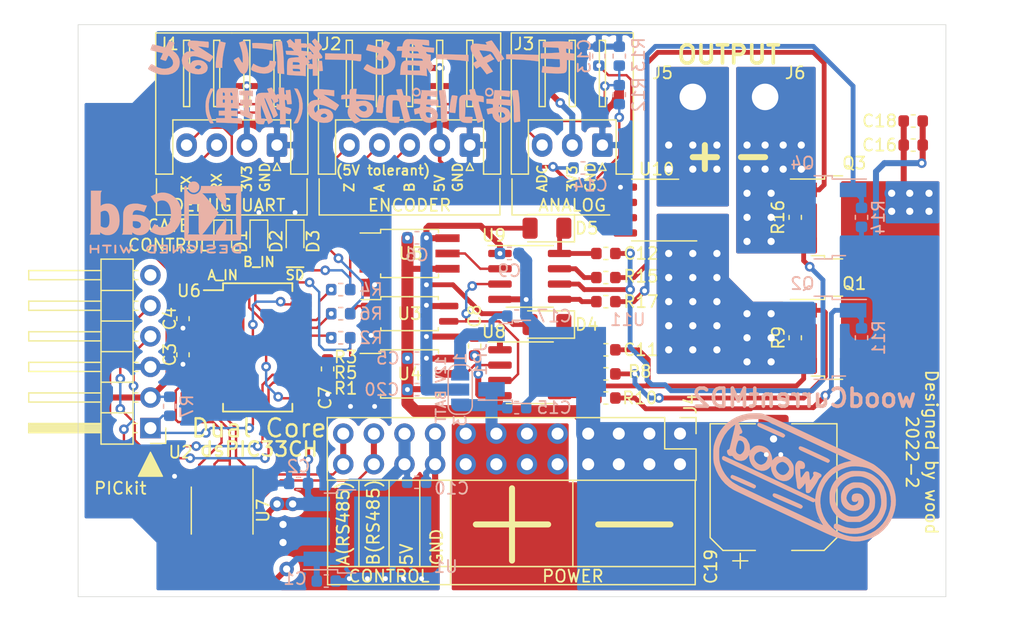
<source format=kicad_pcb>
(kicad_pcb (version 20171130) (host pcbnew "(5.1.6)-1")
  (title_block (title woodCurrentMD2))
  (layers (0 F.Cu signal) (31 B.Cu signal) (34 B.Paste user) (35 F.Paste user) (36 B.SilkS user) (37 F.SilkS user) (38 B.Mask user) (39 F.Mask user) (44 Edge.Cuts user))
  (net 0 "")
  (net 1 +5V)
  (net 2 GND)
  (net 3 +3V3)
  (net 4 GNDPWR)
  (net 5 +BATT)
  (net 6 "Net-(C12-Pad1)")
  (net 7 "Net-(D1-Pad2)")
  (net 8 "Net-(D2-Pad2)")
  (net 9 "Net-(D3-Pad2)")
  (net 10 /DEBUG_RX)
  (net 11 /DEBUG_TX)
  (net 12 /QEI_B)
  (net 13 /QEI_A)
  (net 14 /QEI_INDEX)
  (net 15 /ADC)
  (net 16 /RS485_B)
  (net 17 /RS485_A)
  (net 18 /M+)
  (net 19 "Net-(Q1-Pad1)")
  (net 20 "Net-(Q2-Pad1)")
  (net 21 "Net-(Q3-Pad1)")
  (net 22 "Net-(Q4-Pad1)")
  (net 23 "Net-(R1-Pad1)")
  (net 24 "Net-(R3-Pad1)")
  (net 25 "Net-(R5-Pad1)")
  (net 26 /MCLR)
  (net 27 /I_SENSE)
  (net 28 /PGD)
  (net 29 /PGC)
  (net 30 "Net-(U2-Pad6)")
  (net 31 /RS485_TX)
  (net 32 /RS485_SW)
  (net 33 /RS485_RX)
  (net 34 Vdrive)
  (net 35 "Net-(C11-Pad1)")
  (net 36 /A_VS)
  (net 37 /B_VS)
  (net 38 "Net-(C13-Pad1)")
  (net 39 "Net-(C17-Pad1)")
  (net 40 /PIC_AIN)
  (net 41 /PIC_BIN)
  (net 42 /PIC_ABSD)
  (net 43 /A_HO)
  (net 44 /A_LO)
  (net 45 "Net-(R12-Pad2)")
  (net 46 /B_HO)
  (net 47 /B_LO)
  (net 48 /AB_SD)
  (net 49 /A_IN)
  (net 50 /B_IN)
  (net 51 "Net-(U6-Pad28)")
  (net 52 "Net-(U6-Pad26)")
  (net 53 "Net-(U6-Pad21)")
  (net 54 "Net-(U6-Pad16)")
  (net 55 "Net-(U6-Pad4)")
  (net 56 "Net-(U6-Pad3)")
  (module 0_kicad_wood:logo_motor_pokapoka_36_7mm (layer B.Cu) (at 124.5 107.25 180)
    (fp_text reference G*** hide)
    (fp_text value LOGO hide)
  )
  (module 0_kicad_wood:logo_woodmark_15_11_mm (layer B.Cu) (at 161.25 140 180)
    (fp_text reference G*** hide)
    (fp_text value LOGO hide)
  )
  (module Symbol:KiCad-Logo2_5mm_SilkScreen (layer B.Cu) (at 108.25 118.5 180)
    (fp_text reference REF** hide)
    (fp_text value KiCad-Logo2_5mm_SilkScreen hide)
  )
  (module Connector_JST:JST_XH_S4B-XH-A_1x04_P2.50mm_Horizontal (layer F.Cu) (at 117.5 112.5 180)
    (fp_text reference J1 (at 9 8.4) (layer F.SilkS))
    (fp_text value Conn_01x04)
    (pad 1 thru_hole roundrect (at 0 0 180) (size 1.7 1.95) (drill 0.95) (layers *.Cu *.Mask) (roundrect_rratio 0.147059) (net 2 GND))
    (pad 2 thru_hole oval (at 2.5 0 180) (size 1.7 1.95) (drill 0.95) (layers *.Cu *.Mask) (net 3 +3V3))
    (pad 3 thru_hole oval (at 5 0 180) (size 1.7 1.95) (drill 0.95) (layers *.Cu *.Mask) (net 10 /DEBUG_RX))
    (pad 4 thru_hole oval (at 7.5 0 180) (size 1.7 1.95) (drill 0.95) (layers *.Cu *.Mask) (net 11 /DEBUG_TX))
  )
  (module Connector_PinHeader_2.54mm:PinHeader_1x06_P2.54mm_Horizontal (layer F.Cu) (at 107 136 180)
    (fp_text reference U2 (at -2.5 -2) (layer F.SilkS))
    (fp_text value PICkit3)
    (pad 1 thru_hole rect (at 0 0 180) (size 1.7 1.7) (drill 1) (layers *.Cu *.Mask) (net 26 /MCLR))
    (pad 2 thru_hole oval (at 0 2.54 180) (size 1.7 1.7) (drill 1) (layers *.Cu *.Mask) (net 3 +3V3))
    (pad 3 thru_hole oval (at 0 5.08 180) (size 1.7 1.7) (drill 1) (layers *.Cu *.Mask) (net 2 GND))
    (pad 4 thru_hole oval (at 0 7.62 180) (size 1.7 1.7) (drill 1) (layers *.Cu *.Mask) (net 28 /PGD))
    (pad 5 thru_hole oval (at 0 10.16 180) (size 1.7 1.7) (drill 1) (layers *.Cu *.Mask) (net 29 /PGC))
    (pad 6 thru_hole oval (at 0 12.7 180) (size 1.7 1.7) (drill 1) (layers *.Cu *.Mask) (net 30 "Net-(U2-Pad6)"))
  )
  (module Capacitor_SMD:C_0603_1608Metric (layer B.Cu) (at 121.5875 148.7)
    (fp_text reference C1 (at -2.5875 -0.2) (layer B.SilkS) (effects (justify mirror)))
    (fp_text value 0.1u)
    (pad 2 smd roundrect (at 0.7875 0) (size 0.875 0.95) (layers B.Cu B.Paste B.Mask) (net 2 GND))
    (pad 1 smd roundrect (at -0.7875 0) (size 0.875 0.95) (layers B.Cu B.Paste B.Mask) (net 1 +5V))
  )
  (module MountingHole:MountingHole_3.2mm_M3 (layer F.Cu) (at 104 147)
    (fp_text reference " " (at 0 -4.2) (layer F.SilkS))
    (fp_text value MountingHole_3.2mm_M3)
    (pad 1 np_thru_hole circle (at 0 0) (size 3.2 3.2) (drill 3.2) (layers *.Cu *.Mask))
  )
  (module MountingHole:MountingHole_3.2mm_M3 (layer F.Cu) (at 104 105.5)
    (fp_text reference " " (at 0 -4.2) (layer F.SilkS))
    (fp_text value MountingHole_3.2mm_M3)
    (pad 1 np_thru_hole circle (at 0 0) (size 3.2 3.2) (drill 3.2) (layers *.Cu *.Mask))
  )
  (module MountingHole:MountingHole_3.2mm_M3 (layer F.Cu) (at 170 105.5)
    (fp_text reference " " (at 0 -2) (layer F.SilkS))
    (fp_text value MountingHole_3.2mm_M3)
    (pad 1 np_thru_hole circle (at 0 0) (size 3.2 3.2) (drill 3.2) (layers *.Cu *.Mask))
  )
  (module MountingHole:MountingHole_3.2mm_M3 (layer F.Cu) (at 170 147)
    (fp_text reference " " (at 0 -4.2) (layer F.SilkS))
    (fp_text value MountingHole_3.2mm_M3)
    (pad 1 np_thru_hole circle (at 0 0) (size 3.2 3.2) (drill 3.2) (layers *.Cu *.Mask))
  )
  (module Capacitor_SMD:C_0603_1608Metric (layer B.Cu) (at 119.2875 140.6 180)
    (fp_text reference C2 (at 0 1.43) (layer B.SilkS) (effects (justify mirror)))
    (fp_text value 10u)
    (pad 1 smd roundrect (at -0.7875 0 180) (size 0.875 0.95) (layers B.Cu B.Paste B.Mask) (net 3 +3V3))
    (pad 2 smd roundrect (at 0.7875 0 180) (size 0.875 0.95) (layers B.Cu B.Paste B.Mask) (net 2 GND))
  )
  (module Capacitor_SMD:C_0603_1608Metric (layer F.Cu) (at 109.7 129.9125 270)
    (fp_text reference C3 (at -0.0125 1.1 90) (layer F.SilkS))
    (fp_text value 0.1u)
    (pad 2 smd roundrect (at 0.7875 0 270) (size 0.875 0.95) (layers F.Cu F.Paste F.Mask) (net 2 GND))
    (pad 1 smd roundrect (at -0.7875 0 270) (size 0.875 0.95) (layers F.Cu F.Paste F.Mask) (net 3 +3V3))
  )
  (module Capacitor_SMD:C_0603_1608Metric (layer F.Cu) (at 109.7 126.9125 270)
    (fp_text reference C4 (at 0 1.1 90) (layer F.SilkS))
    (fp_text value 0.1u)
    (pad 1 smd roundrect (at -0.7875 0 270) (size 0.875 0.95) (layers F.Cu F.Paste F.Mask) (net 3 +3V3))
    (pad 2 smd roundrect (at 0.7875 0 270) (size 0.875 0.95) (layers F.Cu F.Paste F.Mask) (net 2 GND))
  )
  (module Capacitor_SMD:C_0603_1608Metric (layer B.Cu) (at 129.1125 130.2)
    (fp_text reference C5 (at -2.4125 0) (layer B.SilkS) (effects (justify mirror)))
    (fp_text value 0.1u)
    (pad 1 smd roundrect (at -0.7875 0) (size 0.875 0.95) (layers B.Cu B.Paste B.Mask) (net 4 GNDPWR))
    (pad 2 smd roundrect (at 0.7875 0) (size 0.875 0.95) (layers B.Cu B.Paste B.Mask) (net 34 Vdrive))
  )
  (module Capacitor_SMD:C_0603_1608Metric (layer F.Cu) (at 121.7 131.0875 270)
    (fp_text reference C7 (at 2.4125 0.2 90) (layer F.SilkS))
    (fp_text value 0.1u)
    (pad 1 smd roundrect (at -0.7875 0 270) (size 0.875 0.95) (layers F.Cu F.Paste F.Mask) (net 3 +3V3))
    (pad 2 smd roundrect (at 0.7875 0 270) (size 0.875 0.95) (layers F.Cu F.Paste F.Mask) (net 2 GND))
  )
  (module Capacitor_SMD:C_0603_1608Metric (layer B.Cu) (at 129.0875 140.5)
    (fp_text reference C10 (at 2.9125 0.5) (layer B.SilkS) (effects (justify mirror)))
    (fp_text value 10u)
    (pad 2 smd roundrect (at 0.7875 0) (size 0.875 0.95) (layers B.Cu B.Paste B.Mask) (net 2 GND))
    (pad 1 smd roundrect (at -0.7875 0) (size 0.875 0.95) (layers B.Cu B.Paste B.Mask) (net 1 +5V))
  )
  (module Capacitor_SMD:C_0603_1608Metric (layer F.Cu) (at 144.7875 129.5)
    (fp_text reference C11 (at 2.8875 0) (layer F.SilkS))
    (fp_text value 0.1u)
    (pad 1 smd roundrect (at -0.7875 0) (size 0.875 0.95) (layers F.Cu F.Paste F.Mask) (net 35 "Net-(C11-Pad1)"))
    (pad 2 smd roundrect (at 0.7875 0) (size 0.875 0.95) (layers F.Cu F.Paste F.Mask) (net 36 /A_VS))
  )
  (module Capacitor_SMD:C_0603_1608Metric (layer B.Cu) (at 144.2 105.1125 90)
    (fp_text reference C13 (at 0 -1.2 270) (layer B.SilkS) (effects (justify mirror)))
    (fp_text value 1n)
    (pad 1 smd roundrect (at -0.7875 0 90) (size 0.875 0.95) (layers B.Cu B.Paste B.Mask) (net 38 "Net-(C13-Pad1)"))
    (pad 2 smd roundrect (at 0.7875 0 90) (size 0.875 0.95) (layers B.Cu B.Paste B.Mask) (net 2 GND))
  )
  (module Capacitor_SMD:C_0603_1608Metric (layer B.Cu) (at 142.8875 114.4)
    (fp_text reference C14 (at 0.6125 1.43) (layer B.SilkS) (effects (justify mirror)))
    (fp_text value 0.1u)
    (pad 1 smd roundrect (at -0.7875 0) (size 0.875 0.95) (layers B.Cu B.Paste B.Mask) (net 1 +5V))
    (pad 2 smd roundrect (at 0.7875 0) (size 0.875 0.95) (layers B.Cu B.Paste B.Mask) (net 2 GND))
  )
  (module Capacitor_SMD:C_0603_1608Metric (layer F.Cu) (at 170.2875 112.5)
    (fp_text reference C16 (at -2.7875 0) (layer F.SilkS))
    (fp_text value 1u)
    (pad 1 smd roundrect (at -0.7875 0) (size 0.875 0.95) (layers F.Cu F.Paste F.Mask) (net 5 +BATT))
    (pad 2 smd roundrect (at 0.7875 0) (size 0.875 0.95) (layers F.Cu F.Paste F.Mask) (net 4 GNDPWR))
  )
  (module Capacitor_SMD:C_0603_1608Metric (layer F.Cu) (at 170.2875 110.5)
    (fp_text reference C18 (at -2.7875 0) (layer F.SilkS))
    (fp_text value 10u)
    (pad 1 smd roundrect (at -0.7875 0) (size 0.875 0.95) (layers F.Cu F.Paste F.Mask) (net 5 +BATT))
    (pad 2 smd roundrect (at 0.7875 0) (size 0.875 0.95) (layers F.Cu F.Paste F.Mask) (net 4 GNDPWR))
  )
  (module Capacitor_SMD:C_0603_1608Metric (layer F.Cu) (at 144.7875 121.5)
    (fp_text reference C12 (at 2.9125 0) (layer F.SilkS))
    (fp_text value 0.1u)
    (pad 2 smd roundrect (at 0.7875 0) (size 0.875 0.95) (layers F.Cu F.Paste F.Mask) (net 37 /B_VS))
    (pad 1 smd roundrect (at -0.7875 0) (size 0.875 0.95) (layers F.Cu F.Paste F.Mask) (net 6 "Net-(C12-Pad1)"))
  )
  (module Capacitor_SMD:CP_Elec_10x10 (layer F.Cu) (at 158.7 140.9 90)
    (fp_text reference C19 (at -6.6 -5.2 90) (layer F.SilkS))
    (fp_text value 220u)
    (pad 1 smd roundrect (at -4 0 90) (size 4 2.5) (layers F.Cu F.Paste F.Mask) (roundrect_rratio 0.1) (net 5 +BATT))
    (pad 2 smd roundrect (at 4 0 90) (size 4 2.5) (layers F.Cu F.Paste F.Mask) (roundrect_rratio 0.1) (net 4 GNDPWR))
  )
  (module LED_SMD:LED_0603_1608Metric (layer F.Cu) (at 113 120.2125 270)
    (fp_text reference D1 (at 0.2875 -1.5 90) (layer F.SilkS))
    (fp_text value LED)
    (pad 1 smd roundrect (at -0.7875 0 270) (size 0.875 0.95) (layers F.Cu F.Paste F.Mask) (net 2 GND))
    (pad 2 smd roundrect (at 0.7875 0 270) (size 0.875 0.95) (layers F.Cu F.Paste F.Mask) (net 7 "Net-(D1-Pad2)"))
  )
  (module LED_SMD:LED_0603_1608Metric (layer F.Cu) (at 119 120.2125 270)
    (fp_text reference D3 (at 0.2875 -1.5 90) (layer F.SilkS))
    (fp_text value LED)
    (pad 2 smd roundrect (at 0.7875 0 270) (size 0.875 0.95) (layers F.Cu F.Paste F.Mask) (net 9 "Net-(D3-Pad2)"))
    (pad 1 smd roundrect (at -0.7875 0 270) (size 0.875 0.95) (layers F.Cu F.Paste F.Mask) (net 2 GND))
  )
  (module Connector_JST:JST_XH_S5B-XH-A_1x05_P2.50mm_Horizontal (layer F.Cu) (at 133.5 112.5 180)
    (fp_text reference J2 (at 11.5 8.4) (layer F.SilkS))
    (fp_text value Conn_01x05)
    (pad 5 thru_hole oval (at 10 0 180) (size 1.7 1.95) (drill 0.95) (layers *.Cu *.Mask) (net 14 /QEI_INDEX))
    (pad 4 thru_hole oval (at 7.5 0 180) (size 1.7 1.95) (drill 0.95) (layers *.Cu *.Mask) (net 13 /QEI_A))
    (pad 3 thru_hole oval (at 5 0 180) (size 1.7 1.95) (drill 0.95) (layers *.Cu *.Mask) (net 12 /QEI_B))
    (pad 2 thru_hole oval (at 2.5 0 180) (size 1.7 1.95) (drill 0.95) (layers *.Cu *.Mask) (net 1 +5V))
    (pad 1 thru_hole roundrect (at 0 0 180) (size 1.7 1.95) (drill 0.95) (layers *.Cu *.Mask) (roundrect_rratio 0.147059) (net 2 GND))
  )
  (module Connector_JST:JST_XH_S3B-XH-A_1x03_P2.50mm_Horizontal (layer F.Cu) (at 144.5 112.5 180)
    (fp_text reference J3 (at 6.5 8.4) (layer F.SilkS))
    (fp_text value Conn_01x03)
    (pad 1 thru_hole roundrect (at 0 0 180) (size 1.7 1.95) (drill 0.95) (layers *.Cu *.Mask) (roundrect_rratio 0.147059) (net 2 GND))
    (pad 2 thru_hole oval (at 2.5 0 180) (size 1.7 1.95) (drill 0.95) (layers *.Cu *.Mask) (net 3 +3V3))
    (pad 3 thru_hole oval (at 5 0 180) (size 1.7 1.95) (drill 0.95) (layers *.Cu *.Mask) (net 15 /ADC))
  )
  (module Package_TO_SOT_SMD:TO-252-2 (layer F.Cu) (at 165.4 128.5)
    (fp_text reference Q1 (at 0 -4.5) (layer F.SilkS))
    (fp_text value Q_NMOS_GDS)
    (pad 2 smd rect (at 2.1 0) (size 6.4 5.8) (layers F.Cu F.Mask) (net 5 +BATT))
    (pad 3 smd rect (at -4.2 2.28) (size 2.2 1.2) (layers F.Cu F.Paste F.Mask) (net 36 /A_VS))
    (pad 1 smd rect (at -4.2 -2.28) (size 2.2 1.2) (layers F.Cu F.Paste F.Mask) (net 19 "Net-(Q1-Pad1)"))
  )
  (module Package_TO_SOT_SMD:TO-252-2 (layer B.Cu) (at 161.1 128.5 180)
    (fp_text reference Q2 (at 0 4.5) (layer B.SilkS) (effects (justify mirror)))
    (fp_text value Q_NMOS_GDS)
    (pad 1 smd rect (at -4.2 2.28 180) (size 2.2 1.2) (layers B.Cu B.Paste B.Mask) (net 20 "Net-(Q2-Pad1)"))
    (pad 3 smd rect (at -4.2 -2.28 180) (size 2.2 1.2) (layers B.Cu B.Paste B.Mask) (net 4 GNDPWR))
    (pad 2 smd rect (at 2.1 0 180) (size 6.4 5.8) (layers B.Cu B.Mask) (net 36 /A_VS))
  )
  (module Package_TO_SOT_SMD:TO-252-2 (layer F.Cu) (at 165.4 118.5)
    (fp_text reference Q3 (at 0 -4.5) (layer F.SilkS))
    (fp_text value Q_NMOS_GDS)
    (pad 1 smd rect (at -4.2 -2.28) (size 2.2 1.2) (layers F.Cu F.Paste F.Mask) (net 21 "Net-(Q3-Pad1)"))
    (pad 3 smd rect (at -4.2 2.28) (size 2.2 1.2) (layers F.Cu F.Paste F.Mask) (net 37 /B_VS))
    (pad 2 smd rect (at 2.1 0) (size 6.4 5.8) (layers F.Cu F.Mask) (net 5 +BATT))
  )
  (module Package_TO_SOT_SMD:TO-252-2 (layer B.Cu) (at 161.1 118.5 180)
    (fp_text reference Q4 (at 0 4.5) (layer B.SilkS) (effects (justify mirror)))
    (fp_text value Q_NMOS_GDS)
    (pad 2 smd rect (at 2.1 0 180) (size 6.4 5.8) (layers B.Cu B.Mask) (net 37 /B_VS))
    (pad 3 smd rect (at -4.2 -2.28 180) (size 2.2 1.2) (layers B.Cu B.Paste B.Mask) (net 4 GNDPWR))
    (pad 1 smd rect (at -4.2 2.28 180) (size 2.2 1.2) (layers B.Cu B.Paste B.Mask) (net 22 "Net-(Q4-Pad1)"))
  )
  (module Resistor_SMD:R_0603_1608Metric (layer F.Cu) (at 122.7875 128.5 180)
    (fp_text reference R1 (at -0.4125 -4.2) (layer F.SilkS))
    (fp_text value 150)
    (pad 1 smd roundrect (at -0.7875 0 180) (size 0.875 0.95) (layers F.Cu F.Paste F.Mask) (net 23 "Net-(R1-Pad1)"))
    (pad 2 smd roundrect (at 0.7875 0 180) (size 0.875 0.95) (layers F.Cu F.Paste F.Mask) (net 40 /PIC_AIN))
  )
  (module Resistor_SMD:R_0603_1608Metric (layer B.Cu) (at 122.7875 128.5 180)
    (fp_text reference R2 (at -2.5125 0) (layer B.SilkS) (effects (justify mirror)))
    (fp_text value 1k)
    (pad 1 smd roundrect (at -0.7875 0 180) (size 0.875 0.95) (layers B.Cu B.Paste B.Mask) (net 7 "Net-(D1-Pad2)"))
    (pad 2 smd roundrect (at 0.7875 0 180) (size 0.875 0.95) (layers B.Cu B.Paste B.Mask) (net 40 /PIC_AIN))
  )
  (module Resistor_SMD:R_0603_1608Metric (layer F.Cu) (at 122.7875 126.5 180)
    (fp_text reference R5 (at -0.4125 -4.9) (layer F.SilkS))
    (fp_text value 1k)
    (pad 1 smd roundrect (at -0.7875 0 180) (size 0.875 0.95) (layers F.Cu F.Paste F.Mask) (net 25 "Net-(R5-Pad1)"))
    (pad 2 smd roundrect (at 0.7875 0 180) (size 0.875 0.95) (layers F.Cu F.Paste F.Mask) (net 42 /PIC_ABSD))
  )
  (module Resistor_SMD:R_0603_1608Metric (layer B.Cu) (at 122.7875 126.5 180)
    (fp_text reference R6 (at -2.5125 0) (layer B.SilkS) (effects (justify mirror)))
    (fp_text value 1k)
    (pad 1 smd roundrect (at -0.7875 0 180) (size 0.875 0.95) (layers B.Cu B.Paste B.Mask) (net 9 "Net-(D3-Pad2)"))
    (pad 2 smd roundrect (at 0.7875 0 180) (size 0.875 0.95) (layers B.Cu B.Paste B.Mask) (net 42 /PIC_ABSD))
  )
  (module Resistor_SMD:R_0603_1608Metric (layer B.Cu) (at 108.6 134.1875 90)
    (fp_text reference R7 (at 0 1.43 270) (layer B.SilkS) (effects (justify mirror)))
    (fp_text value 10k)
    (pad 1 smd roundrect (at -0.7875 0 90) (size 0.875 0.95) (layers B.Cu B.Paste B.Mask) (net 26 /MCLR))
    (pad 2 smd roundrect (at 0.7875 0 90) (size 0.875 0.95) (layers B.Cu B.Paste B.Mask) (net 3 +3V3))
  )
  (module Resistor_SMD:R_0603_1608Metric (layer F.Cu) (at 144.7875 131.5 180)
    (fp_text reference R8 (at -2.8125 0.2) (layer F.SilkS))
    (fp_text value 20)
    (pad 2 smd roundrect (at 0.7875 0 180) (size 0.875 0.95) (layers F.Cu F.Paste F.Mask) (net 43 /A_HO))
    (pad 1 smd roundrect (at -0.7875 0 180) (size 0.875 0.95) (layers F.Cu F.Paste F.Mask) (net 19 "Net-(Q1-Pad1)"))
  )
  (module Resistor_SMD:R_0603_1608Metric (layer F.Cu) (at 144.7875 133.5 180)
    (fp_text reference R10 (at -2.8125 0) (layer F.SilkS))
    (fp_text value 20)
    (pad 1 smd roundrect (at -0.7875 0 180) (size 0.875 0.95) (layers F.Cu F.Paste F.Mask) (net 20 "Net-(Q2-Pad1)"))
    (pad 2 smd roundrect (at 0.7875 0 180) (size 0.875 0.95) (layers F.Cu F.Paste F.Mask) (net 44 /A_LO))
  )
  (module Resistor_SMD:R_0603_1608Metric (layer B.Cu) (at 145.9 108.3125 270)
    (fp_text reference R12 (at 0 -1.6 270) (layer B.SilkS) (effects (justify mirror)))
    (fp_text value 4.7k)
    (pad 1 smd roundrect (at -0.7875 0 270) (size 0.875 0.95) (layers B.Cu B.Paste B.Mask) (net 27 /I_SENSE))
    (pad 2 smd roundrect (at 0.7875 0 270) (size 0.875 0.95) (layers B.Cu B.Paste B.Mask) (net 45 "Net-(R12-Pad2)"))
  )
  (module Resistor_SMD:R_0603_1608Metric (layer B.Cu) (at 145.9 105.1125 270)
    (fp_text reference R13 (at -0.1125 -1.6 90) (layer B.SilkS) (effects (justify mirror)))
    (fp_text value 10k)
    (pad 2 smd roundrect (at 0.7875 0 270) (size 0.875 0.95) (layers B.Cu B.Paste B.Mask) (net 27 /I_SENSE))
    (pad 1 smd roundrect (at -0.7875 0 270) (size 0.875 0.95) (layers B.Cu B.Paste B.Mask) (net 2 GND))
  )
  (module Resistor_SMD:R_0603_1608Metric (layer F.Cu) (at 144.7875 123.5)
    (fp_text reference R15 (at 2.9125 -0.1) (layer F.SilkS))
    (fp_text value 20)
    (pad 1 smd roundrect (at -0.7875 0) (size 0.875 0.95) (layers F.Cu F.Paste F.Mask) (net 46 /B_HO))
    (pad 2 smd roundrect (at 0.7875 0) (size 0.875 0.95) (layers F.Cu F.Paste F.Mask) (net 21 "Net-(Q3-Pad1)"))
  )
  (module Resistor_SMD:R_0603_1608Metric (layer F.Cu) (at 144.7875 125.5)
    (fp_text reference R17 (at 2.9125 0) (layer F.SilkS))
    (fp_text value 20)
    (pad 1 smd roundrect (at -0.7875 0) (size 0.875 0.95) (layers F.Cu F.Paste F.Mask) (net 47 /B_LO))
    (pad 2 smd roundrect (at 0.7875 0) (size 0.875 0.95) (layers F.Cu F.Paste F.Mask) (net 22 "Net-(Q4-Pad1)"))
  )
  (module Package_TO_SOT_SMD:TO-252-2 (layer B.Cu) (at 125 144.58)
    (fp_text reference U1 (at 6.5 2.92) (layer B.SilkS) (effects (justify mirror)))
    (fp_text value NJM2845)
    (pad 1 smd rect (at -4.2 2.28) (size 2.2 1.2) (layers B.Cu B.Paste B.Mask) (net 1 +5V))
    (pad 3 smd rect (at -4.2 -2.28) (size 2.2 1.2) (layers B.Cu B.Paste B.Mask) (net 3 +3V3))
    (pad 2 smd rect (at 2.1 0) (size 6.4 5.8) (layers B.Cu B.Mask) (net 2 GND))
  )
  (module Package_SO:SOIC-4_4.55x2.6mm_P1.27mm (layer F.Cu) (at 128.5 126.5)
    (fp_text reference U3 (at 0 0) (layer F.SilkS))
    (fp_text value TLP291)
    (pad 4 smd roundrect (at 3.25 -0.635) (size 1.6 0.55) (layers F.Cu F.Paste F.Mask) (net 34 Vdrive))
    (pad 3 smd roundrect (at 3.25 0.635) (size 1.6 0.55) (layers F.Cu F.Paste F.Mask) (net 48 /AB_SD))
    (pad 2 smd roundrect (at -3.25 0.635) (size 1.6 0.55) (layers F.Cu F.Paste F.Mask) (net 2 GND))
    (pad 1 smd roundrect (at -3.25 -0.635) (size 1.6 0.55) (layers F.Cu F.Paste F.Mask) (net 25 "Net-(R5-Pad1)"))
  )
  (module Package_SO:SSOP-28_5.3x10.2mm_P0.65mm (layer F.Cu) (at 115.9 129.3)
    (fp_text reference U6 (at -5.7 -4.7) (layer F.SilkS))
    (fp_text value dsPIC33CH64MP202T)
    (pad 28 smd rect (at 3.6 -4.225) (size 1.75 0.45) (layers F.Cu F.Paste F.Mask) (net 51 "Net-(U6-Pad28)"))
    (pad 27 smd rect (at 3.6 -3.575) (size 1.75 0.45) (layers F.Cu F.Paste F.Mask) (net 26 /MCLR))
    (pad 26 smd rect (at 3.6 -2.925) (size 1.75 0.45) (layers F.Cu F.Paste F.Mask) (net 52 "Net-(U6-Pad26)"))
    (pad 25 smd rect (at 3.6 -2.275) (size 1.75 0.45) (layers F.Cu F.Paste F.Mask) (net 41 /PIC_BIN))
    (pad 24 smd rect (at 3.6 -1.625) (size 1.75 0.45) (layers F.Cu F.Paste F.Mask) (net 42 /PIC_ABSD))
    (pad 23 smd rect (at 3.6 -0.975) (size 1.75 0.45) (layers F.Cu F.Paste F.Mask) (net 40 /PIC_AIN))
    (pad 22 smd rect (at 3.6 -0.325) (size 1.75 0.45) (layers F.Cu F.Paste F.Mask) (net 12 /QEI_B))
    (pad 21 smd rect (at 3.6 0.325) (size 1.75 0.45) (layers F.Cu F.Paste F.Mask) (net 53 "Net-(U6-Pad21)"))
    (pad 20 smd rect (at 3.6 0.975) (size 1.75 0.45) (layers F.Cu F.Paste F.Mask) (net 3 +3V3))
    (pad 19 smd rect (at 3.6 1.625) (size 1.75 0.45) (layers F.Cu F.Paste F.Mask) (net 2 GND))
    (pad 18 smd rect (at 3.6 2.275) (size 1.75 0.45) (layers F.Cu F.Paste F.Mask) (net 29 /PGC))
    (pad 17 smd rect (at 3.6 2.925) (size 1.75 0.45) (layers F.Cu F.Paste F.Mask) (net 28 /PGD))
    (pad 16 smd rect (at 3.6 3.575) (size 1.75 0.45) (layers F.Cu F.Paste F.Mask) (net 54 "Net-(U6-Pad16)"))
    (pad 15 smd rect (at 3.6 4.225) (size 1.75 0.45) (layers F.Cu F.Paste F.Mask) (net 13 /QEI_A))
    (pad 14 smd rect (at -3.6 4.225) (size 1.75 0.45) (layers F.Cu F.Paste F.Mask) (net 14 /QEI_INDEX))
    (pad 13 smd rect (at -3.6 3.575) (size 1.75 0.45) (layers F.Cu F.Paste F.Mask) (net 33 /RS485_RX))
    (pad 12 smd rect (at -3.6 2.925) (size 1.75 0.45) (layers F.Cu F.Paste F.Mask) (net 32 /RS485_SW))
    (pad 11 smd rect (at -3.6 2.275) (size 1.75 0.45) (layers F.Cu F.Paste F.Mask) (net 31 /RS485_TX))
    (pad 10 smd rect (at -3.6 1.625) (size 1.75 0.45) (layers F.Cu F.Paste F.Mask) (net 11 /DEBUG_TX))
    (pad 9 smd rect (at -3.6 0.975) (size 1.75 0.45) (layers F.Cu F.Paste F.Mask) (net 10 /DEBUG_RX))
    (pad 8 smd rect (at -3.6 0.325) (size 1.75 0.45) (layers F.Cu F.Paste F.Mask) (net 2 GND))
    (pad 7 smd rect (at -3.6 -0.325) (size 1.75 0.45) (layers F.Cu F.Paste F.Mask) (net 3 +3V3))
    (pad 6 smd rect (at -3.6 -0.975) (size 1.75 0.45) (layers F.Cu F.Paste F.Mask) (net 2 GND))
    (pad 5 smd rect (at -3.6 -1.625) (size 1.75 0.45) (layers F.Cu F.Paste F.Mask) (net 3 +3V3))
    (pad 4 smd rect (at -3.6 -2.275) (size 1.75 0.45) (layers F.Cu F.Paste F.Mask) (net 55 "Net-(U6-Pad4)"))
    (pad 3 smd rect (at -3.6 -2.925) (size 1.75 0.45) (layers F.Cu F.Paste F.Mask) (net 56 "Net-(U6-Pad3)"))
    (pad 2 smd rect (at -3.6 -3.575) (size 1.75 0.45) (layers F.Cu F.Paste F.Mask) (net 27 /I_SENSE))
    (pad 1 smd rect (at -3.6 -4.225) (size 1.75 0.45) (layers F.Cu F.Paste F.Mask) (net 15 /ADC))
  )
  (module Package_SO:SOIC-8_3.9x4.9mm_P1.27mm (layer F.Cu) (at 112.95 142.85 270)
    (fp_text reference U7 (at 0 -3.4 90) (layer F.SilkS))
    (fp_text value MAX3485)
    (pad 8 smd roundrect (at 2.475 -1.905 270) (size 1.95 0.6) (layers F.Cu F.Paste F.Mask) (net 3 +3V3))
    (pad 7 smd roundrect (at 2.475 -0.635 270) (size 1.95 0.6) (layers F.Cu F.Paste F.Mask) (net 16 /RS485_B))
    (pad 6 smd roundrect (at 2.475 0.635 270) (size 1.95 0.6) (layers F.Cu F.Paste F.Mask) (net 17 /RS485_A))
    (pad 5 smd roundrect (at 2.475 1.905 270) (size 1.95 0.6) (layers F.Cu F.Paste F.Mask) (net 2 GND))
    (pad 4 smd roundrect (at -2.475 1.905 270) (size 1.95 0.6) (layers F.Cu F.Paste F.Mask) (net 31 /RS485_TX))
    (pad 3 smd roundrect (at -2.475 0.635 270) (size 1.95 0.6) (layers F.Cu F.Paste F.Mask) (net 32 /RS485_SW))
    (pad 2 smd roundrect (at -2.475 -0.635 270) (size 1.95 0.6) (layers F.Cu F.Paste F.Mask) (net 32 /RS485_SW))
    (pad 1 smd roundrect (at -2.475 -1.905 270) (size 1.95 0.6) (layers F.Cu F.Paste F.Mask) (net 33 /RS485_RX))
  )
  (module Package_SO:SOIC-8_3.9x4.9mm_P1.27mm (layer F.Cu) (at 148.875 117.895 180)
    (fp_text reference U10 (at -0.125 3.395) (layer F.SilkS))
    (fp_text value ACS712xLCTR-30A)
    (pad 1 smd roundrect (at -2.475 -1.905 180) (size 1.95 0.6) (layers F.Cu F.Paste F.Mask) (net 36 /A_VS))
    (pad 2 smd roundrect (at -2.475 -0.635 180) (size 1.95 0.6) (layers F.Cu F.Paste F.Mask) (net 36 /A_VS))
    (pad 3 smd roundrect (at -2.475 0.635 180) (size 1.95 0.6) (layers F.Cu F.Paste F.Mask) (net 18 /M+))
    (pad 4 smd roundrect (at -2.475 1.905 180) (size 1.95 0.6) (layers F.Cu F.Paste F.Mask) (net 18 /M+))
    (pad 5 smd roundrect (at 2.475 1.905 180) (size 1.95 0.6) (layers F.Cu F.Paste F.Mask) (net 2 GND))
    (pad 6 smd roundrect (at 2.475 0.635 180) (size 1.95 0.6) (layers F.Cu F.Paste F.Mask) (net 38 "Net-(C13-Pad1)"))
    (pad 7 smd roundrect (at 2.475 -0.635 180) (size 1.95 0.6) (layers F.Cu F.Paste F.Mask) (net 45 "Net-(R12-Pad2)"))
    (pad 8 smd roundrect (at 2.475 -1.905 180) (size 1.95 0.6) (layers F.Cu F.Paste F.Mask) (net 1 +5V))
  )
  (module Connector_PinHeader_2.54mm:PinHeader_2x12_P2.54mm_Vertical (layer F.Cu) (at 150.94 136.46 270)
    (fp_text reference J4 (at -2.46 -0.86 90) (layer F.SilkS))
    (fp_text value Conn_02x12_Odd_Even)
    (pad 1 thru_hole rect (at 0 0 270) (size 1.7 1.7) (drill 1) (layers *.Cu *.Mask) (net 4 GNDPWR))
    (pad 2 thru_hole oval (at 2.54 0 270) (size 1.7 1.7) (drill 1) (layers *.Cu *.Mask) (net 4 GNDPWR))
    (pad 3 thru_hole oval (at 0 2.54 270) (size 1.7 1.7) (drill 1) (layers *.Cu *.Mask) (net 4 GNDPWR))
    (pad 4 thru_hole oval (at 2.54 2.54 270) (size 1.7 1.7) (drill 1) (layers *.Cu *.Mask) (net 4 GNDPWR))
    (pad 5 thru_hole oval (at 0 5.08 270) (size 1.7 1.7) (drill 1) (layers *.Cu *.Mask) (net 4 GNDPWR))
    (pad 6 thru_hole oval (at 2.54 5.08 270) (size 1.7 1.7) (drill 1) (layers *.Cu *.Mask) (net 4 GNDPWR))
    (pad 7 thru_hole oval (at 0 7.62 270) (size 1.7 1.7) (drill 1) (layers *.Cu *.Mask) (net 4 GNDPWR))
    (pad 8 thru_hole oval (at 2.54 7.62 270) (size 1.7 1.7) (drill 1) (layers *.Cu *.Mask) (net 4 GNDPWR))
    (pad 9 thru_hole oval (at 0 10.16 270) (size 1.7 1.7) (drill 1) (layers *.Cu *.Mask) (net 5 +BATT))
    (pad 10 thru_hole oval (at 2.54 10.16 270) (size 1.7 1.7) (drill 1) (layers *.Cu *.Mask) (net 5 +BATT))
    (pad 11 thru_hole oval (at 0 12.7 270) (size 1.7 1.7) (drill 1) (layers *.Cu *.Mask) (net 5 +BATT))
    (pad 12 thru_hole oval (at 2.54 12.7 270) (size 1.7 1.7) (drill 1) (layers *.Cu *.Mask) (net 5 +BATT))
    (pad 13 thru_hole oval (at 0 15.24 270) (size 1.7 1.7) (drill 1) (layers *.Cu *.Mask) (net 5 +BATT))
    (pad 14 thru_hole oval (at 2.54 15.24 270) (size 1.7 1.7) (drill 1) (layers *.Cu *.Mask) (net 5 +BATT))
    (pad 15 thru_hole oval (at 0 17.78 270) (size 1.7 1.7) (drill 1) (layers *.Cu *.Mask) (net 5 +BATT))
    (pad 16 thru_hole oval (at 2.54 17.78 270) (size 1.7 1.7) (drill 1) (layers *.Cu *.Mask) (net 5 +BATT))
    (pad 17 thru_hole oval (at 0 20.32 270) (size 1.7 1.7) (drill 1) (layers *.Cu *.Mask) (net 2 GND))
    (pad 18 thru_hole oval (at 2.54 20.32 270) (size 1.7 1.7) (drill 1) (layers *.Cu *.Mask) (net 2 GND))
    (pad 19 thru_hole oval (at 0 22.86 270) (size 1.7 1.7) (drill 1) (layers *.Cu *.Mask) (net 1 +5V))
    (pad 20 thru_hole oval (at 2.54 22.86 270) (size 1.7 1.7) (drill 1) (layers *.Cu *.Mask) (net 1 +5V))
    (pad 21 thru_hole oval (at 0 25.4 270) (size 1.7 1.7) (drill 1) (layers *.Cu *.Mask) (net 16 /RS485_B))
    (pad 22 thru_hole oval (at 2.54 25.4 270) (size 1.7 1.7) (drill 1) (layers *.Cu *.Mask) (net 16 /RS485_B))
    (pad 23 thru_hole oval (at 0 27.94 270) (size 1.7 1.7) (drill 1) (layers *.Cu *.Mask) (net 17 /RS485_A))
    (pad 24 thru_hole oval (at 2.54 27.94 270) (size 1.7 1.7) (drill 1) (layers *.Cu *.Mask) (net 17 /RS485_A))
  )
  (module MountingHole:MountingHole_2.2mm_M2_Pad (layer F.Cu) (at 152 108.5)
    (fp_text reference J5 (at -2.5 -2) (layer F.SilkS))
    (fp_text value Conn_01x01)
    (pad 1 thru_hole circle (at 0 0) (size 4.4 4.4) (drill 2.2) (layers *.Cu *.Mask) (net 18 /M+))
  )
  (module MountingHole:MountingHole_2.2mm_M2_Pad (layer F.Cu) (at 158 108.5)
    (fp_text reference J6 (at 2.5 -2) (layer F.SilkS))
    (fp_text value Conn_01x01)
    (pad 1 thru_hole circle (at 0 0) (size 4.4 4.4) (drill 2.2) (layers *.Cu *.Mask) (net 37 /B_VS))
  )
  (module Capacitor_SMD:C_0603_1608Metric (layer B.Cu) (at 129.1125 120.2)
    (fp_text reference C6 (at 0 1.43) (layer B.SilkS) (effects (justify mirror)))
    (fp_text value 0.1u)
    (pad 2 smd roundrect (at 0.7875 0) (size 0.875 0.95) (layers B.Cu B.Paste B.Mask) (net 34 Vdrive))
    (pad 1 smd roundrect (at -0.7875 0) (size 0.875 0.95) (layers B.Cu B.Paste B.Mask) (net 4 GNDPWR))
  )
  (module Capacitor_SMD:C_0603_1608Metric (layer F.Cu) (at 133.9 129.1875 270)
    (fp_text reference C8 (at -2.4875 0 90) (layer F.SilkS))
    (fp_text value 0.1u)
    (pad 1 smd roundrect (at -0.7875 0 270) (size 0.875 0.95) (layers F.Cu F.Paste F.Mask) (net 34 Vdrive))
    (pad 2 smd roundrect (at 0.7875 0 270) (size 0.875 0.95) (layers F.Cu F.Paste F.Mask) (net 4 GNDPWR))
  )
  (module Capacitor_SMD:C_0603_1608Metric (layer B.Cu) (at 136.7875 121.5)
    (fp_text reference C9 (at 0 1.43) (layer B.SilkS) (effects (justify mirror)))
    (fp_text value 0.1u)
    (pad 1 smd roundrect (at -0.7875 0) (size 0.875 0.95) (layers B.Cu B.Paste B.Mask) (net 34 Vdrive))
    (pad 2 smd roundrect (at 0.7875 0) (size 0.875 0.95) (layers B.Cu B.Paste B.Mask) (net 4 GNDPWR))
  )
  (module Capacitor_SMD:C_0603_1608Metric (layer B.Cu) (at 137.3875 134.3)
    (fp_text reference C15 (at 3.1125 0) (layer B.SilkS) (effects (justify mirror)))
    (fp_text value 1u)
    (pad 2 smd roundrect (at 0.7875 0) (size 0.875 0.95) (layers B.Cu B.Paste B.Mask) (net 4 GNDPWR))
    (pad 1 smd roundrect (at -0.7875 0) (size 0.875 0.95) (layers B.Cu B.Paste B.Mask) (net 5 +BATT))
  )
  (module Capacitor_SMD:C_0603_1608Metric (layer B.Cu) (at 137.3875 126.7)
    (fp_text reference C17 (at 3.1125 0) (layer B.SilkS) (effects (justify mirror)))
    (fp_text value 1u)
    (pad 1 smd roundrect (at -0.7875 0) (size 0.875 0.95) (layers B.Cu B.Paste B.Mask) (net 39 "Net-(C17-Pad1)"))
    (pad 2 smd roundrect (at 0.7875 0) (size 0.875 0.95) (layers B.Cu B.Paste B.Mask) (net 4 GNDPWR))
  )
  (module Capacitor_SMD:C_0603_1608Metric (layer B.Cu) (at 129.1125 132.8 180)
    (fp_text reference C20 (at 2.9125 0) (layer B.SilkS) (effects (justify mirror)))
    (fp_text value 10u)
    (pad 1 smd roundrect (at -0.7875 0 180) (size 0.875 0.95) (layers B.Cu B.Paste B.Mask) (net 34 Vdrive))
    (pad 2 smd roundrect (at 0.7875 0 180) (size 0.875 0.95) (layers B.Cu B.Paste B.Mask) (net 4 GNDPWR))
  )
  (module LED_SMD:LED_0603_1608Metric (layer F.Cu) (at 116 120.2125 270)
    (fp_text reference D2 (at 0.2875 -1.43 90) (layer F.SilkS))
    (fp_text value LED)
    (pad 1 smd roundrect (at -0.7875 0 270) (size 0.875 0.95) (layers F.Cu F.Paste F.Mask) (net 2 GND))
    (pad 2 smd roundrect (at 0.7875 0 270) (size 0.875 0.95) (layers F.Cu F.Paste F.Mask) (net 8 "Net-(D2-Pad2)"))
  )
  (module Diode_SMD:D_1206_3216Metric (layer F.Cu) (at 139.9 127.4 180)
    (fp_text reference D4 (at -3.3 0) (layer F.SilkS))
    (fp_text value SS2040FL)
    (pad 1 smd roundrect (at -1.4 0 180) (size 1.25 1.75) (layers F.Cu F.Paste F.Mask) (roundrect_rratio 0.2) (net 35 "Net-(C11-Pad1)"))
    (pad 2 smd roundrect (at 1.4 0 180) (size 1.25 1.75) (layers F.Cu F.Paste F.Mask) (roundrect_rratio 0.2) (net 34 Vdrive))
  )
  (module Diode_SMD:D_1206_3216Metric (layer F.Cu) (at 139.9 119.4 180)
    (fp_text reference D5 (at -3.3 0) (layer F.SilkS))
    (fp_text value SS2040FL)
    (pad 2 smd roundrect (at 1.4 0 180) (size 1.25 1.75) (layers F.Cu F.Paste F.Mask) (roundrect_rratio 0.2) (net 34 Vdrive))
    (pad 1 smd roundrect (at -1.4 0 180) (size 1.25 1.75) (layers F.Cu F.Paste F.Mask) (roundrect_rratio 0.2) (net 6 "Net-(C12-Pad1)"))
  )
  (module Jumper:SolderJumper-3_P1.3mm_Open_RoundedPad1.0x1.5mm_NumberLabels (layer B.Cu) (at 132.7 132.8 270)
    (fp_text reference JP1 (at -2.5 -1.7 90) (layer B.SilkS) (effects (justify mirror)))
    (fp_text value SolderJumper_3_Open)
    (fp_text user 3 (at 2.6 0 90) (layer B.SilkS) (effects (justify mirror)))
    (fp_text user 1 (at -2.6 0 90) (layer B.SilkS) (effects (justify mirror)))
    (pad 1 smd custom (at -1.3 0 270) (size 1 0.5) (layers B.Cu B.Mask) (net 39 "Net-(C17-Pad1)") (options (clearance outline) (anchor rect)) (primitives (gr_circle (center 0 -0.25) (end 0.5 -0.25) (width 0)) (gr_circle (center 0 0.25) (end 0.5 0.25) (width 0)) (gr_poly (pts (xy 0.55 0.75) (xy 0 0.75) (xy 0 -0.75) (xy 0.55 -0.75)) (width 0))))
    (pad 3 smd custom (at 1.3 0 270) (size 1 0.5) (layers B.Cu B.Mask) (net 5 +BATT) (options (clearance outline) (anchor rect)) (primitives (gr_circle (center 0 -0.25) (end 0.5 -0.25) (width 0)) (gr_circle (center 0 0.25) (end 0.5 0.25) (width 0)) (gr_poly (pts (xy -0.55 0.75) (xy 0 0.75) (xy 0 -0.75) (xy -0.55 -0.75)) (width 0))))
    (pad 2 smd rect (at 0 0 270) (size 1 1.5) (layers B.Cu B.Mask) (net 34 Vdrive))
  )
  (module Resistor_SMD:R_0603_1608Metric (layer F.Cu) (at 122.7875 124.5 180)
    (fp_text reference R3 (at -0.4125 -5.6) (layer F.SilkS))
    (fp_text value 150)
    (pad 2 smd roundrect (at 0.7875 0 180) (size 0.875 0.95) (layers F.Cu F.Paste F.Mask) (net 41 /PIC_BIN))
    (pad 1 smd roundrect (at -0.7875 0 180) (size 0.875 0.95) (layers F.Cu F.Paste F.Mask) (net 24 "Net-(R3-Pad1)"))
  )
  (module Resistor_SMD:R_0603_1608Metric (layer B.Cu) (at 122.7875 124.5 180)
    (fp_text reference R4 (at -2.5125 0) (layer B.SilkS) (effects (justify mirror)))
    (fp_text value 1k)
    (pad 1 smd roundrect (at -0.7875 0 180) (size 0.875 0.95) (layers B.Cu B.Paste B.Mask) (net 8 "Net-(D2-Pad2)"))
    (pad 2 smd roundrect (at 0.7875 0 180) (size 0.875 0.95) (layers B.Cu B.Paste B.Mask) (net 41 /PIC_BIN))
  )
  (module Resistor_SMD:R_0603_1608Metric (layer F.Cu) (at 160.5 128.5 270)
    (fp_text reference R9 (at 0 1.4 90) (layer F.SilkS))
    (fp_text value 100k)
    (pad 2 smd roundrect (at 0.7875 0 270) (size 0.875 0.95) (layers F.Cu F.Paste F.Mask) (net 36 /A_VS))
    (pad 1 smd roundrect (at -0.7875 0 270) (size 0.875 0.95) (layers F.Cu F.Paste F.Mask) (net 19 "Net-(Q1-Pad1)"))
  )
  (module Resistor_SMD:R_0603_1608Metric (layer B.Cu) (at 166 128.5 90)
    (fp_text reference R11 (at 0 1.43 90) (layer B.SilkS) (effects (justify mirror)))
    (fp_text value 100k)
    (pad 1 smd roundrect (at -0.7875 0 90) (size 0.875 0.95) (layers B.Cu B.Paste B.Mask) (net 4 GNDPWR))
    (pad 2 smd roundrect (at 0.7875 0 90) (size 0.875 0.95) (layers B.Cu B.Paste B.Mask) (net 20 "Net-(Q2-Pad1)"))
  )
  (module Resistor_SMD:R_0603_1608Metric (layer B.Cu) (at 166 118.5 270)
    (fp_text reference R14 (at 0 -1.4 90) (layer B.SilkS) (effects (justify mirror)))
    (fp_text value 100k)
    (pad 2 smd roundrect (at 0.7875 0 270) (size 0.875 0.95) (layers B.Cu B.Paste B.Mask) (net 4 GNDPWR))
    (pad 1 smd roundrect (at -0.7875 0 270) (size 0.875 0.95) (layers B.Cu B.Paste B.Mask) (net 22 "Net-(Q4-Pad1)"))
  )
  (module Resistor_SMD:R_0603_1608Metric (layer F.Cu) (at 160.5 118.5 90)
    (fp_text reference R16 (at 0 -1.43 90) (layer F.SilkS))
    (fp_text value 100k)
    (pad 1 smd roundrect (at -0.7875 0 90) (size 0.875 0.95) (layers F.Cu F.Paste F.Mask) (net 37 /B_VS))
    (pad 2 smd roundrect (at 0.7875 0 90) (size 0.875 0.95) (layers F.Cu F.Paste F.Mask) (net 21 "Net-(Q3-Pad1)"))
  )
  (module Package_SO:SO-6_4.4x3.6mm_P1.27mm (layer F.Cu) (at 128.5 131.5)
    (fp_text reference U4 (at 0 0) (layer F.SilkS))
    (fp_text value TLP152)
    (pad 6 smd rect (at 3.15 -1.27) (size 2 0.64) (layers F.Cu F.Paste F.Mask) (net 34 Vdrive))
    (pad 5 smd rect (at 3.15 0) (size 2 0.64) (layers F.Cu F.Paste F.Mask) (net 49 /A_IN))
    (pad 4 smd rect (at 3.15 1.27) (size 2 0.64) (layers F.Cu F.Paste F.Mask) (net 4 GNDPWR))
    (pad 3 smd rect (at -3.15 1.27) (size 2 0.64) (layers F.Cu F.Paste F.Mask) (net 2 GND))
    (pad 2 smd rect (at -3.15 0) (size 2 0.64) (layers F.Cu F.Paste F.Mask))
    (pad 1 smd rect (at -3.15 -1.27) (size 2 0.64) (layers F.Cu F.Paste F.Mask) (net 23 "Net-(R1-Pad1)"))
  )
  (module Package_SO:SO-6_4.4x3.6mm_P1.27mm (layer F.Cu) (at 128.5 121.5)
    (fp_text reference U5 (at 0.1 0) (layer F.SilkS))
    (fp_text value TLP152)
    (pad 1 smd rect (at -3.15 -1.27) (size 2 0.64) (layers F.Cu F.Paste F.Mask) (net 24 "Net-(R3-Pad1)"))
    (pad 2 smd rect (at -3.15 0) (size 2 0.64) (layers F.Cu F.Paste F.Mask))
    (pad 3 smd rect (at -3.15 1.27) (size 2 0.64) (layers F.Cu F.Paste F.Mask) (net 2 GND))
    (pad 4 smd rect (at 3.15 1.27) (size 2 0.64) (layers F.Cu F.Paste F.Mask) (net 4 GNDPWR))
    (pad 5 smd rect (at 3.15 0) (size 2 0.64) (layers F.Cu F.Paste F.Mask) (net 50 /B_IN))
    (pad 6 smd rect (at 3.15 -1.27) (size 2 0.64) (layers F.Cu F.Paste F.Mask) (net 34 Vdrive))
  )
  (module Package_SO:SOIC-8_3.9x4.9mm_P1.27mm (layer F.Cu) (at 138.475 131.405)
    (fp_text reference U8 (at -2.975 -3.405) (layer F.SilkS))
    (fp_text value IR2104)
    (pad 1 smd roundrect (at -2.475 -1.905) (size 1.95 0.6) (layers F.Cu F.Paste F.Mask) (net 34 Vdrive))
    (pad 2 smd roundrect (at -2.475 -0.635) (size 1.95 0.6) (layers F.Cu F.Paste F.Mask) (net 49 /A_IN))
    (pad 3 smd roundrect (at -2.475 0.635) (size 1.95 0.6) (layers F.Cu F.Paste F.Mask) (net 48 /AB_SD))
    (pad 4 smd roundrect (at -2.475 1.905) (size 1.95 0.6) (layers F.Cu F.Paste F.Mask) (net 4 GNDPWR))
    (pad 5 smd roundrect (at 2.475 1.905) (size 1.95 0.6) (layers F.Cu F.Paste F.Mask) (net 44 /A_LO))
    (pad 6 smd roundrect (at 2.475 0.635) (size 1.95 0.6) (layers F.Cu F.Paste F.Mask) (net 36 /A_VS))
    (pad 7 smd roundrect (at 2.475 -0.635) (size 1.95 0.6) (layers F.Cu F.Paste F.Mask) (net 43 /A_HO))
    (pad 8 smd roundrect (at 2.475 -1.905) (size 1.95 0.6) (layers F.Cu F.Paste F.Mask) (net 35 "Net-(C11-Pad1)"))
  )
  (module Package_SO:SOIC-8_3.9x4.9mm_P1.27mm (layer F.Cu) (at 138.475 123.405)
    (fp_text reference U9 (at -2.975 -3.405) (layer F.SilkS))
    (fp_text value IR2104)
    (pad 8 smd roundrect (at 2.475 -1.905) (size 1.95 0.6) (layers F.Cu F.Paste F.Mask) (net 6 "Net-(C12-Pad1)"))
    (pad 7 smd roundrect (at 2.475 -0.635) (size 1.95 0.6) (layers F.Cu F.Paste F.Mask) (net 46 /B_HO))
    (pad 6 smd roundrect (at 2.475 0.635) (size 1.95 0.6) (layers F.Cu F.Paste F.Mask) (net 37 /B_VS))
    (pad 5 smd roundrect (at 2.475 1.905) (size 1.95 0.6) (layers F.Cu F.Paste F.Mask) (net 47 /B_LO))
    (pad 4 smd roundrect (at -2.475 1.905) (size 1.95 0.6) (layers F.Cu F.Paste F.Mask) (net 4 GNDPWR))
    (pad 3 smd roundrect (at -2.475 0.635) (size 1.95 0.6) (layers F.Cu F.Paste F.Mask) (net 48 /AB_SD))
    (pad 2 smd roundrect (at -2.475 -0.635) (size 1.95 0.6) (layers F.Cu F.Paste F.Mask) (net 50 /B_IN))
    (pad 1 smd roundrect (at -2.475 -1.905) (size 1.95 0.6) (layers F.Cu F.Paste F.Mask) (net 34 Vdrive))
  )
  (module Package_TO_SOT_SMD:TO-252-2 (layer B.Cu) (at 139.5 130.5)
    (fp_text reference U11 (at 7.1 -3.5) (layer B.SilkS) (effects (justify mirror)))
    (fp_text value NJM7812SDL1)
    (pad 2 smd rect (at 2.1 0) (size 6.4 5.8) (layers B.Cu B.Mask) (net 4 GNDPWR))
    (pad 3 smd rect (at -4.2 -2.28) (size 2.2 1.2) (layers B.Cu B.Paste B.Mask) (net 39 "Net-(C17-Pad1)"))
    (pad 1 smd rect (at -4.2 2.28) (size 2.2 1.2) (layers B.Cu B.Paste B.Mask) (net 5 +BATT))
  )
  (gr_text "12V BATT" (at 131.1 132.8 90) (layer B.SilkS) (effects (font (size 0.8 0.8)) (justify mirror)))
  (gr_text OUTPUT (at 155 105) (layer F.SilkS) (effects (font (size 1.5 1.5) (thickness 0.3))))
  (gr_text dsPIC33CH (at 116 137.75) (layer F.SilkS) (effects (font (size 1.2 1.2) (thickness 0.2))))
  (gr_text woodCurrentMD2 (at 161.25 133.5) (layer B.SilkS) (effects (font (size 1.5 1.5) (thickness 0.3)) (justify mirror)))
  (gr_text "Designed by wood\n2022-2" (at 171 138 270) (layer F.SilkS) (effects (font (size 1 1))))
  (gr_text "GATE\nCONTROL" (at 108.5 120) (layer F.SilkS) (effects (font (size 1 1))))
  (gr_text B_IN (at 116 122.2) (layer F.SilkS) (effects (font (size 0.8 0.8))))
  (gr_text ~SD (at 119 123.3) (layer F.SilkS) (effects (font (size 0.8 0.8))))
  (gr_text A_IN (at 113 123.3) (layer F.SilkS) (effects (font (size 0.8 0.8))))
  (gr_text "(5V tolerant)" (at 126.3 114.6) (layer F.SilkS) (effects (font (size 0.8 0.8))))
  (gr_line (start 156 113.5) (end 158 113.5) (layer F.SilkS) (width 0.5))
  (gr_line (start 153 112.5) (end 153 114.5) (layer F.SilkS) (width 0.5))
  (gr_line (start 152 113.5) (end 154 113.5) (layer F.SilkS) (width 0.5))
  (gr_text "A(RS485)" (at 123 147.5 90) (layer F.SilkS) (effects (font (size 1 1)) (justify left)))
  (gr_text "B(RS485)" (at 125.5 147.5 90) (layer F.SilkS) (effects (font (size 1 1)) (justify left)))
  (gr_text 5V (at 128.25 147.5 90) (layer F.SilkS) (effects (font (size 1 1)) (justify left)))
  (gr_text GND (at 130.75 147.5 90) (layer F.SilkS) (effects (font (size 1 1)) (justify left)))
  (gr_line (start 129.35 140.4) (end 129.35 147.5) (layer F.SilkS) (width 0.12))
  (gr_line (start 126.8 140.4) (end 126.8 147.5) (layer F.SilkS) (width 0.12))
  (gr_line (start 124.3 140.4) (end 124.3 147.5) (layer F.SilkS) (width 0.12))
  (gr_line (start 144.15 144) (end 150.15 144) (layer F.SilkS) (width 0.5))
  (gr_line (start 134 144) (end 140 144) (layer F.SilkS) (width 0.5))
  (gr_line (start 137 141) (end 137 147) (layer F.SilkS) (width 0.5))
  (gr_text POWER (at 142.05 148.3) (layer F.SilkS) (effects (font (size 1 1))))
  (gr_line (start 131.9 147.5) (end 152.2 147.5) (layer F.SilkS) (width 0.12))
  (gr_line (start 121.7 147.5) (end 131.9 147.5) (layer F.SilkS) (width 0.12))
  (gr_text CONTROL (at 126.8 148.3) (layer F.SilkS) (effects (font (size 1 1))))
  (gr_line (start 131.9 140.4) (end 131.9 149) (layer F.SilkS) (width 0.12))
  (gr_line (start 142.05 140.4) (end 142.05 147.5) (layer F.SilkS) (width 0.12))
  (gr_line (start 152.2 149) (end 152.2 140.4) (layer F.SilkS) (width 0.12))
  (gr_line (start 121.7 149) (end 152.2 149) (layer F.SilkS) (width 0.12))
  (gr_line (start 121.7 140.4) (end 121.7 149) (layer F.SilkS) (width 0.12))
  (gr_text PICkit (at 104.5 141) (layer F.SilkS) (effects (font (size 1 1))))
  (gr_poly (pts (xy 108 140) (xy 106 140) (xy 107 138)) (layer F.SilkS) (width 0.1))
  (gr_line (start 137 118.3) (end 145.1 118.3) (layer F.SilkS) (width 0.12))
  (gr_line (start 137 115.3) (end 137 118.3) (layer F.SilkS) (width 0.12))
  (gr_line (start 136 118.3) (end 136 115.3) (layer F.SilkS) (width 0.12))
  (gr_line (start 121 118.3) (end 136 118.3) (layer F.SilkS) (width 0.12))
  (gr_line (start 121 115.3) (end 121 118.3) (layer F.SilkS) (width 0.12))
  (gr_line (start 120 118.3) (end 120 115.3) (layer F.SilkS) (width 0.12))
  (gr_line (start 107.5 118.3) (end 120 118.3) (layer F.SilkS) (width 0.12))
  (gr_line (start 107.5 115.3) (end 107.5 118.3) (layer F.SilkS) (width 0.12))
  (gr_text ADC (at 139.5 116.5 90) (layer F.SilkS) (effects (font (size 0.8 0.8)) (justify left)))
  (gr_text 3V3 (at 142 116.5 90) (layer F.SilkS) (effects (font (size 0.8 0.8)) (justify left)))
  (gr_text GND (at 143.5 116.5 90) (layer F.SilkS) (effects (font (size 0.8 0.8)) (justify left)))
  (gr_text ANALOG (at 142 117.5) (layer F.SilkS) (effects (font (size 1 1))))
  (gr_text Z (at 123.5 116.5 90) (layer F.SilkS) (effects (font (size 0.8 0.8)) (justify left)))
  (gr_text A (at 126 116.5 90) (layer F.SilkS) (effects (font (size 0.8 0.8)) (justify left)))
  (gr_text B (at 128.5 116.5 90) (layer F.SilkS) (effects (font (size 0.8 0.8)) (justify left)))
  (gr_text 5V (at 131 116.5 90) (layer F.SilkS) (effects (font (size 0.8 0.8)) (justify left)))
  (gr_text GND (at 132.5 116.5 90) (layer F.SilkS) (effects (font (size 0.8 0.8)) (justify left)))
  (gr_text ENCODER (at 128.5 117.5) (layer F.SilkS) (effects (font (size 1 1))))
  (gr_text GND (at 116.5 116.5 90) (layer F.SilkS) (effects (font (size 0.8 0.8)) (justify left)))
  (gr_text 3V3 (at 115 116.5 90) (layer F.SilkS) (effects (font (size 0.8 0.8)) (justify left)))
  (gr_text RX (at 112.5 116.5 90) (layer F.SilkS) (effects (font (size 0.8 0.8)) (justify left)))
  (gr_text TX (at 110 116.5 90) (layer F.SilkS) (effects (font (size 0.8 0.8)) (justify left)))
  (gr_text "DEBUG UART" (at 113.5 117.5) (layer F.SilkS) (effects (font (size 1 1))))
  (gr_text "Dual Core" (at 116 136) (layer F.SilkS) (effects (font (size 1.5 1.5) (thickness 0.2))))
  (gr_line (start 101 102.5) (end 101 150) (layer Edge.Cuts) (width 0.05))
  (gr_line (start 173 102.5) (end 101 102.5) (layer Edge.Cuts) (width 0.05))
  (gr_line (start 173 150) (end 173 102.5) (layer Edge.Cuts) (width 0.05))
  (gr_line (start 101 150) (end 173 150) (layer Edge.Cuts) (width 0.05))
  (segment (start 120.8 148.7) (end 120.8 146.86) (width 0.5) (layer B.Cu) (net 1))
  (via (at 118.3 147.7) (size 1.2) (drill 0.6) (layers F.Cu B.Cu) (net 1))
  (segment (start 120.8 146.86) (end 119.14 146.86) (width 0.5) (layer B.Cu) (net 1))
  (segment (start 119.14 146.86) (end 118.3 147.7) (width 0.5) (layer B.Cu) (net 1))
  (via (at 131 106.1) (size 0.8) (drill 0.4) (layers F.Cu B.Cu) (net 1))
  (segment (start 131 106.1) (end 131 112.5) (width 0.5) (layer B.Cu) (net 1))
  (segment (start 126.38 140.7) (end 128.08 139) (width 1) (layer B.Cu) (net 1))
  (segment (start 122.44 146.86) (end 122.9 146.4) (width 1) (layer B.Cu) (net 1))
  (segment (start 120.8 146.86) (end 122.44 146.86) (width 1) (layer B.Cu) (net 1))
  (segment (start 122.9 146.4) (end 122.9 141.419998) (width 1) (layer B.Cu) (net 1))
  (segment (start 122.9 141.419998) (end 123.619998 140.7) (width 1) (layer B.Cu) (net 1))
  (segment (start 123.619998 140.7) (end 126.38 140.7) (width 1) (layer B.Cu) (net 1))
  (segment (start 128.08 136.46) (end 128.08 139) (width 1) (layer B.Cu) (net 1))
  (segment (start 128.3 139.22) (end 128.08 139) (width 0.5) (layer B.Cu) (net 1))
  (segment (start 128.3 140.5) (end 128.3 139.22) (width 0.5) (layer B.Cu) (net 1))
  (segment (start 102.6 112.6) (end 109.1 106.1) (width 0.5) (layer F.Cu) (net 1))
  (segment (start 102.6 137.3) (end 102.6 112.6) (width 0.5) (layer F.Cu) (net 1))
  (segment (start 117.1 148.9) (end 108.8 148.9) (width 0.5) (layer F.Cu) (net 1))
  (segment (start 109.1 106.1) (end 131 106.1) (width 0.5) (layer F.Cu) (net 1))
  (segment (start 118.3 147.7) (end 117.1 148.9) (width 0.5) (layer F.Cu) (net 1))
  (segment (start 108.8 148.9) (end 107.95001 148.05001) (width 0.5) (layer F.Cu) (net 1))
  (segment (start 107.95001 148.05001) (end 107.95001 142.65001) (width 0.5) (layer F.Cu) (net 1))
  (segment (start 107.95001 142.65001) (end 102.6 137.3) (width 0.5) (layer F.Cu) (net 1))
  (segment (start 146.4 119.8) (end 144.9 119.8) (width 0.3) (layer F.Cu) (net 1))
  (segment (start 144.9 119.8) (end 144.5 119.4) (width 0.3) (layer F.Cu) (net 1))
  (segment (start 144.5 119.4) (end 144.5 118.4) (width 0.3) (layer F.Cu) (net 1))
  (segment (start 144.5 118.4) (end 140.4 114.3) (width 0.3) (layer F.Cu) (net 1))
  (segment (start 131 113.8) (end 131 112.5) (width 0.3) (layer F.Cu) (net 1))
  (via (at 140.4 114.3) (size 0.8) (drill 0.4) (layers F.Cu B.Cu) (net 1))
  (segment (start 142.1 114.4) (end 140.5 114.4) (width 0.3) (layer B.Cu) (net 1))
  (segment (start 140.5 114.4) (end 140.4 114.3) (width 0.3) (layer B.Cu) (net 1))
  (segment (start 131.5 114.3) (end 131 113.8) (width 0.3) (layer F.Cu) (net 1))
  (segment (start 140.4 114.3) (end 131.5 114.3) (width 0.3) (layer F.Cu) (net 1))
  (via (at 146 116) (size 0.8) (drill 0.4) (layers F.Cu B.Cu) (net 2))
  (segment (start 110.3 127.7) (end 109.7 127.7) (width 0.3) (layer F.Cu) (net 2))
  (segment (start 112.3 128.325) (end 110.925 128.325) (width 0.3) (layer F.Cu) (net 2))
  (segment (start 110.925 128.325) (end 110.3 127.7) (width 0.3) (layer F.Cu) (net 2))
  (segment (start 112.3 129.625) (end 111.175 129.625) (width 0.3) (layer F.Cu) (net 2))
  (segment (start 111.175 129.625) (end 110.8 130) (width 0.3) (layer F.Cu) (net 2))
  (segment (start 110.8 130) (end 110.8 130.5) (width 0.3) (layer F.Cu) (net 2))
  (segment (start 110.6 130.7) (end 109.7 130.7) (width 0.3) (layer F.Cu) (net 2))
  (segment (start 110.8 130.5) (end 110.6 130.7) (width 0.3) (layer F.Cu) (net 2))
  (segment (start 120.675 130.925) (end 120.9 131.15) (width 0.3) (layer F.Cu) (net 2))
  (segment (start 119.5 130.925) (end 120.675 130.925) (width 0.3) (layer F.Cu) (net 2))
  (segment (start 120.9 131.15) (end 120.9 131.7) (width 0.3) (layer F.Cu) (net 2))
  (segment (start 121.075 131.875) (end 121.7 131.875) (width 0.3) (layer F.Cu) (net 2))
  (segment (start 120.9 131.7) (end 121.075 131.875) (width 0.3) (layer F.Cu) (net 2))
  (segment (start 130.62 136.46) (end 130.62 139) (width 1) (layer B.Cu) (net 2))
  (segment (start 129.875 139.745) (end 130.62 139) (width 0.5) (layer B.Cu) (net 2))
  (segment (start 129.875 140.5) (end 129.875 139.745) (width 0.5) (layer B.Cu) (net 2))
  (via (at 109.7 127.7) (size 0.8) (drill 0.4) (layers F.Cu B.Cu) (net 2))
  (via (at 109.7 130.7) (size 0.8) (drill 0.4) (layers F.Cu B.Cu) (net 2))
  (via (at 129.5 148.5) (size 0.8) (drill 0.4) (layers F.Cu B.Cu) (net 2))
  (segment (start 127.1 144.58) (end 127.1 146.1) (width 0.2) (layer B.Cu) (net 2))
  (segment (start 127.1 146.1) (end 129.5 148.5) (width 0.2) (layer B.Cu) (net 2))
  (via (at 128 148.5) (size 0.8) (drill 0.4) (layers F.Cu B.Cu) (net 2))
  (segment (start 129.5 148.5) (end 128 148.5) (width 0.2) (layer F.Cu) (net 2))
  (via (at 126.5 148.5) (size 0.8) (drill 0.4) (layers F.Cu B.Cu) (net 2))
  (segment (start 128 148.5) (end 126.5 148.5) (width 0.2) (layer B.Cu) (net 2))
  (via (at 125 148.5) (size 0.8) (drill 0.4) (layers F.Cu B.Cu) (net 2))
  (segment (start 126.5 148.5) (end 125 148.5) (width 0.2) (layer F.Cu) (net 2))
  (via (at 123.5 148.5) (size 0.8) (drill 0.4) (layers F.Cu B.Cu) (net 2))
  (segment (start 125 148.5) (end 123.5 148.5) (width 0.2) (layer B.Cu) (net 2))
  (segment (start 113 119.425) (end 113 118.7) (width 0.2) (layer F.Cu) (net 2))
  (segment (start 113 118.7) (end 113.6 118.1) (width 0.2) (layer F.Cu) (net 2))
  (via (at 116 118.1) (size 0.8) (drill 0.4) (layers F.Cu B.Cu) (net 2))
  (segment (start 113.6 118.1) (end 116 118.1) (width 0.2) (layer F.Cu) (net 2))
  (via (at 119 118.1) (size 0.8) (drill 0.4) (layers F.Cu B.Cu) (net 2))
  (segment (start 116 118.1) (end 119 118.1) (width 0.2) (layer B.Cu) (net 2))
  (via (at 121.7 133.2) (size 0.8) (drill 0.4) (layers F.Cu B.Cu) (net 2))
  (segment (start 121.7 131.875) (end 121.7 133.2) (width 0.3) (layer F.Cu) (net 2))
  (segment (start 123.5 148.5) (end 123.5 145.9) (width 0.3) (layer F.Cu) (net 2))
  (segment (start 123.5 145.9) (end 123.5 144.5) (width 0.3) (layer F.Cu) (net 2))
  (segment (start 123.5 144.5) (end 123.5 144) (width 0.3) (layer F.Cu) (net 2))
  (via (at 118 144) (size 1.2) (drill 0.6) (layers F.Cu B.Cu) (net 2))
  (segment (start 123.5 144) (end 118 144) (width 0.3) (layer F.Cu) (net 2))
  (via (at 118 145.5) (size 1.2) (drill 0.6) (layers F.Cu B.Cu) (net 2))
  (segment (start 118 144) (end 118 145.5) (width 0.3) (layer B.Cu) (net 2))
  (segment (start 111.045 145.325) (end 111.045 143.045) (width 0.3) (layer F.Cu) (net 2))
  (via (at 109 140) (size 0.8) (drill 0.4) (layers F.Cu B.Cu) (net 2))
  (segment (start 111.045 143.045) (end 109 141) (width 0.3) (layer F.Cu) (net 2))
  (segment (start 109 141) (end 109 140) (width 0.3) (layer F.Cu) (net 2))
  (segment (start 125.35 132.77) (end 123.83 132.77) (width 0.2) (layer F.Cu) (net 2))
  (segment (start 123.83 132.77) (end 123.6 133) (width 0.2) (layer F.Cu) (net 2))
  (via (at 123.6 134.2) (size 0.8) (drill 0.4) (layers F.Cu B.Cu) (net 2))
  (segment (start 123.6 133) (end 123.6 134.2) (width 0.2) (layer F.Cu) (net 2))
  (via (at 125.6 134.2) (size 0.8) (drill 0.4) (layers F.Cu B.Cu) (net 2))
  (segment (start 123.6 134.2) (end 125.6 134.2) (width 0.2) (layer B.Cu) (net 2))
  (via (at 125.3 128.3) (size 0.8) (drill 0.4) (layers F.Cu B.Cu) (net 2))
  (segment (start 125.25 127.135) (end 125.25 128.25) (width 0.2) (layer F.Cu) (net 2))
  (segment (start 125.25 128.25) (end 125.3 128.3) (width 0.2) (layer F.Cu) (net 2))
  (via (at 125.6 124.1) (size 0.8) (drill 0.4) (layers F.Cu B.Cu) (net 2))
  (segment (start 125.35 122.77) (end 125.35 123.85) (width 0.2) (layer F.Cu) (net 2))
  (segment (start 125.35 123.85) (end 125.6 124.1) (width 0.2) (layer F.Cu) (net 2))
  (segment (start 120.075 141.575) (end 120.8 142.3) (width 0.5) (layer B.Cu) (net 3))
  (segment (start 120.075 140.6) (end 120.075 141.575) (width 0.5) (layer B.Cu) (net 3))
  (segment (start 120.8 142.3) (end 118.8 142.3) (width 1) (layer B.Cu) (net 3))
  (via (at 117.5 142.3) (size 1.2) (drill 0.6) (layers F.Cu B.Cu) (net 3))
  (via (at 118.8 142.3) (size 1.2) (drill 0.6) (layers F.Cu B.Cu) (net 3))
  (segment (start 118.8 142.3) (end 117.5 142.3) (width 1) (layer F.Cu) (net 3))
  (segment (start 117.5 142.3) (end 116.8 143) (width 0.5) (layer F.Cu) (net 3))
  (segment (start 116.8 143) (end 116.8 147.3) (width 0.5) (layer F.Cu) (net 3))
  (segment (start 116.8 147.3) (end 116.3 147.8) (width 0.5) (layer F.Cu) (net 3))
  (segment (start 114.855 147.745) (end 114.8 147.8) (width 0.5) (layer F.Cu) (net 3))
  (segment (start 116.3 147.8) (end 114.8 147.8) (width 0.5) (layer F.Cu) (net 3))
  (segment (start 114.855 145.325) (end 114.855 147.745) (width 0.5) (layer F.Cu) (net 3))
  (segment (start 109.7 126.125) (end 110.425 126.125) (width 0.3) (layer F.Cu) (net 3))
  (segment (start 110.425 126.125) (end 110.6 126.3) (width 0.3) (layer F.Cu) (net 3))
  (segment (start 110.6 126.3) (end 110.6 127.2) (width 0.3) (layer F.Cu) (net 3))
  (segment (start 111.075 127.675) (end 112.3 127.675) (width 0.3) (layer F.Cu) (net 3))
  (segment (start 110.6 127.2) (end 111.075 127.675) (width 0.3) (layer F.Cu) (net 3))
  (segment (start 112.3 128.975) (end 110.825 128.975) (width 0.3) (layer F.Cu) (net 3))
  (segment (start 110.675 129.125) (end 109.7 129.125) (width 0.3) (layer F.Cu) (net 3))
  (segment (start 110.825 128.975) (end 110.675 129.125) (width 0.3) (layer F.Cu) (net 3))
  (segment (start 121.675 130.275) (end 121.7 130.3) (width 0.3) (layer F.Cu) (net 3))
  (segment (start 119.5 130.275) (end 121.675 130.275) (width 0.3) (layer F.Cu) (net 3))
  (via (at 120.1 138.6) (size 0.8) (drill 0.4) (layers F.Cu B.Cu) (net 3))
  (segment (start 120.1 140.575) (end 120.075 140.6) (width 0.3) (layer B.Cu) (net 3))
  (segment (start 120.1 138.6) (end 120.1 140.575) (width 0.3) (layer B.Cu) (net 3))
  (segment (start 139.6 107.6) (end 141 109) (width 0.5) (layer F.Cu) (net 3))
  (via (at 141 109) (size 0.8) (drill 0.4) (layers F.Cu B.Cu) (net 3))
  (segment (start 120.1 136.2) (end 120.1 138.6) (width 0.3) (layer F.Cu) (net 3))
  (segment (start 122.7 133.6) (end 120.1 136.2) (width 0.3) (layer F.Cu) (net 3))
  (segment (start 122.7 130.6) (end 122.7 133.6) (width 0.3) (layer F.Cu) (net 3))
  (segment (start 121.7 130.3) (end 122.4 130.3) (width 0.3) (layer F.Cu) (net 3))
  (segment (start 122.4 130.3) (end 122.7 130.6) (width 0.3) (layer F.Cu) (net 3))
  (via (at 115 107.6) (size 0.8) (drill 0.4) (layers F.Cu B.Cu) (net 3))
  (segment (start 115 112.5) (end 115 107.6) (width 0.5) (layer B.Cu) (net 3))
  (segment (start 115 107.6) (end 139.6 107.6) (width 0.5) (layer F.Cu) (net 3))
  (segment (start 142 110) (end 141 109) (width 0.5) (layer B.Cu) (net 3))
  (segment (start 142 112.5) (end 142 110) (width 0.5) (layer B.Cu) (net 3))
  (segment (start 107.06 133.4) (end 107 133.46) (width 0.2) (layer B.Cu) (net 3))
  (segment (start 108.6 133.4) (end 107.06 133.4) (width 0.2) (layer B.Cu) (net 3))
  (segment (start 107 133.46) (end 108.5 131.96) (width 0.5) (layer F.Cu) (net 3))
  (segment (start 108.875 126.125) (end 109.7 126.125) (width 0.5) (layer F.Cu) (net 3))
  (segment (start 108.5 126.5) (end 108.875 126.125) (width 0.5) (layer F.Cu) (net 3))
  (segment (start 109.7 129.125) (end 108.525 129.125) (width 0.5) (layer F.Cu) (net 3))
  (segment (start 108.525 129.125) (end 108.5 129.1) (width 0.5) (layer F.Cu) (net 3))
  (segment (start 108.5 131.96) (end 108.5 129.1) (width 0.5) (layer F.Cu) (net 3))
  (segment (start 108.5 129.1) (end 108.5 126.5) (width 0.5) (layer F.Cu) (net 3))
  (segment (start 103.56 133.46) (end 103.5 133.4) (width 0.5) (layer F.Cu) (net 3))
  (segment (start 107 133.46) (end 103.56 133.46) (width 0.5) (layer F.Cu) (net 3))
  (segment (start 109.045 147.745) (end 109.045 142.445) (width 0.5) (layer F.Cu) (net 3))
  (segment (start 109.045 142.445) (end 103.5 136.9) (width 0.5) (layer F.Cu) (net 3))
  (segment (start 114.855 147.745) (end 109.045 147.745) (width 0.5) (layer F.Cu) (net 3))
  (segment (start 103.5 136.9) (end 103.5 133.4) (width 0.5) (layer F.Cu) (net 3))
  (segment (start 114 107.6) (end 115 107.6) (width 0.5) (layer F.Cu) (net 3))
  (segment (start 109.05 107.6) (end 114 107.6) (width 0.5) (layer F.Cu) (net 3))
  (segment (start 103.5 133.4) (end 103.5 113.15) (width 0.5) (layer F.Cu) (net 3))
  (segment (start 103.5 113.15) (end 109.05 107.6) (width 0.5) (layer F.Cu) (net 3))
  (via (at 158.7 136.9) (size 1.2) (drill 0.6) (layers F.Cu B.Cu) (net 4))
  (segment (start 150.94 136.46) (end 158.26 136.46) (width 0.2) (layer B.Cu) (net 4))
  (segment (start 158.26 136.46) (end 158.7 136.9) (width 0.2) (layer B.Cu) (net 4))
  (segment (start 145.975 136.345) (end 145.86 136.46) (width 0.5) (layer B.Cu) (net 4))
  (via (at 158.1 138.2) (size 0.8) (drill 0.4) (layers F.Cu B.Cu) (net 4))
  (segment (start 158.7 136.9) (end 158.7 137.6) (width 0.2) (layer F.Cu) (net 4))
  (segment (start 158.7 137.6) (end 158.1 138.2) (width 0.2) (layer F.Cu) (net 4))
  (via (at 159.3 138.2) (size 0.8) (drill 0.4) (layers F.Cu B.Cu) (net 4))
  (segment (start 158.7 137.6) (end 159.3 138.2) (width 0.2) (layer F.Cu) (net 4))
  (segment (start 171.075 110.5) (end 171.075 112.5) (width 0.5) (layer F.Cu) (net 4))
  (via (at 171 114) (size 0.8) (drill 0.4) (layers F.Cu B.Cu) (net 4))
  (segment (start 171.075 112.5) (end 171.075 113.925) (width 0.5) (layer F.Cu) (net 4))
  (segment (start 171.075 113.925) (end 171 114) (width 0.5) (layer F.Cu) (net 4))
  (segment (start 171 114) (end 167.9 114) (width 0.5) (layer B.Cu) (net 4))
  (segment (start 167.9 114) (end 167.2 114.7) (width 0.5) (layer B.Cu) (net 4))
  (segment (start 167.2 114.7) (end 167.2 120.4) (width 0.5) (layer B.Cu) (net 4))
  (segment (start 166.82 120.78) (end 165.3 120.78) (width 0.5) (layer B.Cu) (net 4))
  (segment (start 167.2 120.4) (end 166.82 120.78) (width 0.5) (layer B.Cu) (net 4))
  (segment (start 143.32 136.46) (end 143.32 135.62) (width 1) (layer F.Cu) (net 4))
  (segment (start 143.32 135.62) (end 142.3 134.6) (width 1) (layer F.Cu) (net 4))
  (via (at 128.325 132.8) (size 0.8) (drill 0.4) (layers F.Cu B.Cu) (net 4))
  (segment (start 129 134.6) (end 128.325 133.925) (width 1) (layer F.Cu) (net 4))
  (segment (start 128.325 133.925) (end 128.325 132.8) (width 1) (layer F.Cu) (net 4))
  (via (at 128.325 130.2) (size 0.8) (drill 0.4) (layers F.Cu B.Cu) (net 4))
  (segment (start 128.325 132.8) (end 128.325 130.2) (width 1) (layer F.Cu) (net 4))
  (via (at 128.325 120.2) (size 0.8) (drill 0.4) (layers F.Cu B.Cu) (net 4))
  (segment (start 128.355 132.77) (end 128.325 132.8) (width 0.5) (layer F.Cu) (net 4))
  (segment (start 131.65 132.77) (end 128.355 132.77) (width 0.5) (layer F.Cu) (net 4))
  (segment (start 128.43 122.77) (end 128.325 122.875) (width 0.5) (layer F.Cu) (net 4))
  (segment (start 131.65 122.77) (end 128.43 122.77) (width 0.5) (layer F.Cu) (net 4))
  (segment (start 128.325 130.2) (end 128.325 122.875) (width 1) (layer F.Cu) (net 4))
  (segment (start 128.325 122.875) (end 128.325 120.2) (width 1) (layer F.Cu) (net 4))
  (segment (start 143.32 132.22) (end 141.6 130.5) (width 2) (layer B.Cu) (net 4))
  (segment (start 143.32 136.46) (end 143.32 132.22) (width 2) (layer B.Cu) (net 4))
  (segment (start 136 134.5) (end 135.9 134.6) (width 0.5) (layer F.Cu) (net 4))
  (segment (start 136 133.31) (end 136 134.5) (width 0.5) (layer F.Cu) (net 4))
  (segment (start 142.3 134.6) (end 135.9 134.6) (width 1) (layer F.Cu) (net 4))
  (segment (start 135.9 134.6) (end 129 134.6) (width 1) (layer F.Cu) (net 4))
  (segment (start 136 133.31) (end 134.31 133.31) (width 0.5) (layer F.Cu) (net 4))
  (via (at 134.2 131.5) (size 0.8) (drill 0.4) (layers F.Cu B.Cu) (net 4))
  (segment (start 134.31 133.31) (end 134.2 133.2) (width 0.5) (layer F.Cu) (net 4))
  (segment (start 134.2 133.2) (end 134.2 131.5) (width 0.5) (layer F.Cu) (net 4))
  (via (at 133.9 129.975) (size 0.8) (drill 0.4) (layers F.Cu B.Cu) (net 4))
  (segment (start 134.2 131.5) (end 134.2 130.275) (width 0.5) (layer B.Cu) (net 4))
  (segment (start 134.2 130.275) (end 133.9 129.975) (width 0.5) (layer B.Cu) (net 4))
  (segment (start 141.6 130.125) (end 138.175 126.7) (width 1) (layer B.Cu) (net 4))
  (segment (start 141.6 130.5) (end 141.6 130.125) (width 1) (layer B.Cu) (net 4))
  (segment (start 138.175 122.1) (end 137.575 121.5) (width 1) (layer B.Cu) (net 4))
  (via (at 138.175 125.325) (size 0.8) (drill 0.4) (layers F.Cu B.Cu) (net 4))
  (segment (start 138.16 125.31) (end 138.175 125.325) (width 0.5) (layer F.Cu) (net 4))
  (segment (start 136 125.31) (end 138.16 125.31) (width 0.5) (layer F.Cu) (net 4))
  (segment (start 138.175 126.7) (end 138.175 125.325) (width 1) (layer B.Cu) (net 4))
  (segment (start 138.175 125.325) (end 138.175 122.1) (width 1) (layer B.Cu) (net 4))
  (segment (start 166 120.08) (end 165.3 120.78) (width 0.4) (layer B.Cu) (net 4))
  (segment (start 166 119.2875) (end 166 120.08) (width 0.4) (layer B.Cu) (net 4))
  (segment (start 166 130.08) (end 165.3 130.78) (width 0.4) (layer B.Cu) (net 4))
  (segment (start 166 129.2875) (end 166 130.08) (width 0.4) (layer B.Cu) (net 4))
  (segment (start 138.175 133.925) (end 141.6 130.5) (width 0.5) (layer B.Cu) (net 4))
  (segment (start 138.175 134.3) (end 138.175 133.925) (width 0.5) (layer B.Cu) (net 4))
  (segment (start 169.5 110.5) (end 169.5 112.5) (width 0.5) (layer F.Cu) (net 5))
  (segment (start 169.5 116.5) (end 167.5 118.5) (width 0.5) (layer F.Cu) (net 5))
  (segment (start 169.5 112.5) (end 169.5 116.5) (width 0.5) (layer F.Cu) (net 5))
  (via (at 168.5 116.5) (size 1.2) (drill 0.6) (layers F.Cu B.Cu) (net 5))
  (segment (start 167.5 118.5) (end 167.5 117.5) (width 0.5) (layer F.Cu) (net 5))
  (segment (start 167.5 117.5) (end 168.5 116.5) (width 0.5) (layer F.Cu) (net 5))
  (via (at 168.5 118) (size 1.2) (drill 0.6) (layers F.Cu B.Cu) (net 5))
  (segment (start 167.5 118.5) (end 168 118.5) (width 0.5) (layer F.Cu) (net 5))
  (segment (start 168 118.5) (end 168.5 118) (width 0.5) (layer F.Cu) (net 5))
  (via (at 170 116.5) (size 1.2) (drill 0.6) (layers F.Cu B.Cu) (net 5))
  (segment (start 168 118.5) (end 170 116.5) (width 0.5) (layer F.Cu) (net 5))
  (via (at 170 118) (size 1.2) (drill 0.6) (layers F.Cu B.Cu) (net 5))
  (segment (start 167.5 118.5) (end 169.5 118.5) (width 0.5) (layer F.Cu) (net 5))
  (segment (start 169.5 118.5) (end 170 118) (width 0.5) (layer F.Cu) (net 5))
  (via (at 171.6 116.5) (size 1.2) (drill 0.6) (layers F.Cu B.Cu) (net 5))
  (segment (start 170 116.5) (end 171.6 116.5) (width 0.5) (layer B.Cu) (net 5))
  (via (at 171.6 118) (size 1.2) (drill 0.6) (layers F.Cu B.Cu) (net 5))
  (segment (start 171.6 116.5) (end 171.6 118) (width 0.5) (layer F.Cu) (net 5))
  (segment (start 135.3 136.06) (end 135.7 136.46) (width 1) (layer B.Cu) (net 5))
  (segment (start 135.3 132.78) (end 135.3 134.3) (width 1) (layer B.Cu) (net 5))
  (segment (start 136.6 134.3) (end 135.3 134.3) (width 0.5) (layer B.Cu) (net 5))
  (segment (start 135.3 134.3) (end 135.3 136.06) (width 1) (layer B.Cu) (net 5))
  (segment (start 135.1 134.1) (end 135.3 134.3) (width 1) (layer B.Cu) (net 5))
  (segment (start 132.7 134.1) (end 135.1 134.1) (width 1) (layer B.Cu) (net 5))
  (segment (start 140.95 121.5) (end 144 121.5) (width 0.4) (layer F.Cu) (net 6))
  (segment (start 140.95 119.75) (end 141.3 119.4) (width 0.4) (layer F.Cu) (net 6))
  (segment (start 140.95 121.5) (end 140.95 119.75) (width 0.4) (layer F.Cu) (net 6))
  (segment (start 123.575 128.5) (end 123.575 129.325) (width 0.2) (layer B.Cu) (net 7))
  (segment (start 123.575 129.325) (end 123.4 129.5) (width 0.2) (layer B.Cu) (net 7))
  (segment (start 123.4 129.5) (end 121.4 129.5) (width 0.2) (layer B.Cu) (net 7))
  (segment (start 121.4 129.5) (end 121 129.1) (width 0.2) (layer B.Cu) (net 7))
  (via (at 120.2 123.9) (size 0.8) (drill 0.4) (layers F.Cu B.Cu) (net 7))
  (segment (start 121 129.1) (end 121 124.7) (width 0.2) (layer B.Cu) (net 7))
  (segment (start 121 124.7) (end 120.2 123.9) (width 0.2) (layer B.Cu) (net 7))
  (segment (start 114.4 121) (end 113 121) (width 0.2) (layer F.Cu) (net 7))
  (segment (start 120.2 123.9) (end 117.3 123.9) (width 0.2) (layer F.Cu) (net 7))
  (segment (start 117.3 123.9) (end 114.4 121) (width 0.2) (layer F.Cu) (net 7))
  (segment (start 123.575 124.5) (end 123.575 123.575) (width 0.2) (layer B.Cu) (net 8))
  (segment (start 123.575 123.575) (end 122.9 122.9) (width 0.2) (layer B.Cu) (net 8))
  (via (at 121.5 122.9) (size 0.8) (drill 0.4) (layers F.Cu B.Cu) (net 8))
  (segment (start 122.9 122.9) (end 121.5 122.9) (width 0.2) (layer B.Cu) (net 8))
  (segment (start 117.9 122.9) (end 116 121) (width 0.2) (layer F.Cu) (net 8))
  (segment (start 121.5 122.9) (end 117.9 122.9) (width 0.2) (layer F.Cu) (net 8))
  (segment (start 123.575 126.5) (end 123.575 126.225) (width 0.2) (layer B.Cu) (net 9))
  (segment (start 123.575 126.225) (end 124.6 125.2) (width 0.2) (layer B.Cu) (net 9))
  (segment (start 124.6 125.2) (end 124.6 123.9) (width 0.2) (layer B.Cu) (net 9))
  (via (at 122.6 121.9) (size 0.8) (drill 0.4) (layers F.Cu B.Cu) (net 9))
  (segment (start 124.6 123.9) (end 122.6 121.9) (width 0.2) (layer B.Cu) (net 9))
  (segment (start 121.7 121) (end 119 121) (width 0.2) (layer F.Cu) (net 9))
  (segment (start 122.6 121.9) (end 121.7 121) (width 0.2) (layer F.Cu) (net 9))
  (segment (start 111.1 113.9) (end 112.5 112.5) (width 0.2) (layer F.Cu) (net 10))
  (segment (start 109.7 115.3) (end 111.1 113.9) (width 0.2) (layer F.Cu) (net 10))
  (segment (start 111.5 124) (end 109.7 122.2) (width 0.2) (layer F.Cu) (net 10))
  (segment (start 113.375 130.275) (end 113.7 129.95) (width 0.2) (layer F.Cu) (net 10))
  (segment (start 109.7 122.2) (end 109.7 115.3) (width 0.2) (layer F.Cu) (net 10))
  (segment (start 112.3 130.275) (end 113.375 130.275) (width 0.2) (layer F.Cu) (net 10))
  (segment (start 113.7 129.95) (end 113.7 124.3) (width 0.2) (layer F.Cu) (net 10))
  (segment (start 113.4 124) (end 111.5 124) (width 0.2) (layer F.Cu) (net 10))
  (segment (start 113.7 124.3) (end 113.4 124) (width 0.2) (layer F.Cu) (net 10))
  (segment (start 111.45 111.05) (end 110 112.5) (width 0.2) (layer F.Cu) (net 11))
  (segment (start 114.2 124.2) (end 113.5 123.5) (width 0.2) (layer F.Cu) (net 11))
  (segment (start 110.3 116.9) (end 113.75 113.45) (width 0.2) (layer F.Cu) (net 11))
  (segment (start 113.75 113.45) (end 113.75 111.75) (width 0.2) (layer F.Cu) (net 11))
  (segment (start 114.2 130.1) (end 114.2 124.2) (width 0.2) (layer F.Cu) (net 11))
  (segment (start 112.3 130.925) (end 113.375 130.925) (width 0.2) (layer F.Cu) (net 11))
  (segment (start 113.375 130.925) (end 114.2 130.1) (width 0.2) (layer F.Cu) (net 11))
  (segment (start 113.75 111.75) (end 113.05 111.05) (width 0.2) (layer F.Cu) (net 11))
  (segment (start 111.7 123.5) (end 110.3 122.1) (width 0.2) (layer F.Cu) (net 11))
  (segment (start 110.3 122.1) (end 110.3 116.9) (width 0.2) (layer F.Cu) (net 11))
  (segment (start 113.5 123.5) (end 111.7 123.5) (width 0.2) (layer F.Cu) (net 11))
  (segment (start 113.05 111.05) (end 111.45 111.05) (width 0.2) (layer F.Cu) (net 11))
  (segment (start 114.5 121.9) (end 112.4 121.9) (width 0.2) (layer F.Cu) (net 12))
  (segment (start 115.7 123.1) (end 114.5 121.9) (width 0.2) (layer F.Cu) (net 12))
  (segment (start 117.1 128.7) (end 117.1 127.2) (width 0.2) (layer F.Cu) (net 12))
  (segment (start 117.375 128.975) (end 117.1 128.7) (width 0.2) (layer F.Cu) (net 12))
  (segment (start 117.1 127.2) (end 115.7 125.8) (width 0.2) (layer F.Cu) (net 12))
  (segment (start 119.5 128.975) (end 117.375 128.975) (width 0.2) (layer F.Cu) (net 12))
  (segment (start 115.7 125.8) (end 115.7 123.1) (width 0.2) (layer F.Cu) (net 12))
  (segment (start 112.4 121.9) (end 112 121.5) (width 0.2) (layer F.Cu) (net 12))
  (segment (start 112 121.5) (end 112 118.9) (width 0.2) (layer F.Cu) (net 12))
  (segment (start 112 118.9) (end 114.6 116.3) (width 0.2) (layer F.Cu) (net 12))
  (segment (start 114.6 116.3) (end 124.7 116.3) (width 0.2) (layer F.Cu) (net 12))
  (segment (start 128.5 112.5) (end 124.7 116.3) (width 0.2) (layer F.Cu) (net 12))
  (via (at 117.6 133.4) (size 0.8) (drill 0.4) (layers F.Cu B.Cu) (net 13))
  (segment (start 119.5 133.525) (end 117.725 133.525) (width 0.2) (layer F.Cu) (net 13))
  (segment (start 117.725 133.525) (end 117.6 133.4) (width 0.2) (layer F.Cu) (net 13))
  (via (at 116.6 130.9) (size 0.8) (drill 0.4) (layers F.Cu B.Cu) (net 13))
  (segment (start 117.6 133.4) (end 116.6 132.4) (width 0.2) (layer B.Cu) (net 13))
  (segment (start 116.6 132.4) (end 116.6 130.9) (width 0.2) (layer B.Cu) (net 13))
  (segment (start 111.5 118.6) (end 114.4 115.7) (width 0.2) (layer F.Cu) (net 13))
  (segment (start 111.5 121.7) (end 111.5 118.6) (width 0.2) (layer F.Cu) (net 13))
  (segment (start 112.2 122.4) (end 111.5 121.7) (width 0.2) (layer F.Cu) (net 13))
  (segment (start 116.6 127.4) (end 115.2 126) (width 0.2) (layer F.Cu) (net 13))
  (segment (start 116.6 130.9) (end 116.6 127.4) (width 0.2) (layer F.Cu) (net 13))
  (segment (start 115.2 126) (end 115.2 123.4) (width 0.2) (layer F.Cu) (net 13))
  (segment (start 114.4 115.7) (end 122.8 115.7) (width 0.2) (layer F.Cu) (net 13))
  (segment (start 115.2 123.4) (end 114.2 122.4) (width 0.2) (layer F.Cu) (net 13))
  (segment (start 114.2 122.4) (end 112.2 122.4) (width 0.2) (layer F.Cu) (net 13))
  (segment (start 122.8 115.7) (end 126 112.5) (width 0.2) (layer F.Cu) (net 13))
  (segment (start 114.1 115.1) (end 120.9 115.1) (width 0.2) (layer F.Cu) (net 14))
  (segment (start 110.9 118.3) (end 114.1 115.1) (width 0.2) (layer F.Cu) (net 14))
  (segment (start 110.9 121.8) (end 110.9 118.3) (width 0.2) (layer F.Cu) (net 14))
  (segment (start 114.7 132.2) (end 114.7 123.7) (width 0.2) (layer F.Cu) (net 14))
  (segment (start 112.3 133.525) (end 113.375 133.525) (width 0.2) (layer F.Cu) (net 14))
  (segment (start 112 122.9) (end 110.9 121.8) (width 0.2) (layer F.Cu) (net 14))
  (segment (start 113.375 133.525) (end 114.7 132.2) (width 0.2) (layer F.Cu) (net 14))
  (segment (start 114.7 123.7) (end 113.9 122.9) (width 0.2) (layer F.Cu) (net 14))
  (segment (start 113.9 122.9) (end 112 122.9) (width 0.2) (layer F.Cu) (net 14))
  (segment (start 123.5 112.5) (end 120.9 115.1) (width 0.2) (layer F.Cu) (net 14))
  (segment (start 109.5 109.8) (end 136.8 109.8) (width 0.2) (layer F.Cu) (net 15))
  (segment (start 108.5 110.8) (end 109.5 109.8) (width 0.2) (layer F.Cu) (net 15))
  (segment (start 112.3 125.075) (end 111.175 125.075) (width 0.2) (layer F.Cu) (net 15))
  (segment (start 110.6 124.5) (end 110.6 124) (width 0.2) (layer F.Cu) (net 15))
  (segment (start 110.6 124) (end 108.5 121.9) (width 0.2) (layer F.Cu) (net 15))
  (segment (start 136.8 109.8) (end 139.5 112.5) (width 0.2) (layer F.Cu) (net 15))
  (segment (start 111.175 125.075) (end 110.6 124.5) (width 0.2) (layer F.Cu) (net 15))
  (segment (start 108.5 121.9) (end 108.5 110.8) (width 0.2) (layer F.Cu) (net 15))
  (segment (start 125.54 136.46) (end 125.54 139) (width 0.5) (layer F.Cu) (net 16))
  (segment (start 124.19 140.35) (end 125.54 139) (width 0.2) (layer F.Cu) (net 16))
  (segment (start 113.9 143.45) (end 114.7 143.45) (width 0.2) (layer F.Cu) (net 16))
  (segment (start 113.585 143.765) (end 113.9 143.45) (width 0.2) (layer F.Cu) (net 16))
  (segment (start 113.585 145.325) (end 113.585 143.765) (width 0.2) (layer F.Cu) (net 16))
  (segment (start 114.7 143.45) (end 117.8 140.35) (width 0.2) (layer F.Cu) (net 16))
  (segment (start 117.8 140.35) (end 124.19 140.35) (width 0.2) (layer F.Cu) (net 16))
  (segment (start 123 136.46) (end 123 139) (width 0.5) (layer F.Cu) (net 17))
  (segment (start 122.150001 139.849999) (end 123 139) (width 0.2) (layer F.Cu) (net 17))
  (segment (start 117.5 139.85) (end 122.150001 139.849999) (width 0.2) (layer F.Cu) (net 17))
  (segment (start 112.315 145.325) (end 112.315 143.585) (width 0.2) (layer F.Cu) (net 17))
  (segment (start 112.315 143.585) (end 112.95 142.95) (width 0.2) (layer F.Cu) (net 17))
  (segment (start 112.95 142.95) (end 114.4 142.95) (width 0.2) (layer F.Cu) (net 17))
  (segment (start 114.4 142.95) (end 117.5 139.85) (width 0.2) (layer F.Cu) (net 17))
  (via (at 150 114.5) (size 1.2) (drill 0.6) (layers F.Cu B.Cu) (net 18))
  (segment (start 151.35 115.99) (end 151.35 115.85) (width 0.3) (layer F.Cu) (net 18))
  (segment (start 151.35 115.85) (end 150 114.5) (width 0.3) (layer F.Cu) (net 18))
  (via (at 152 114.5) (size 1.2) (drill 0.6) (layers F.Cu B.Cu) (net 18))
  (segment (start 150 114.5) (end 152 114.5) (width 0.3) (layer B.Cu) (net 18))
  (via (at 154 114.5) (size 1.2) (drill 0.6) (layers F.Cu B.Cu) (net 18))
  (segment (start 152 114.5) (end 154 114.5) (width 0.3) (layer F.Cu) (net 18))
  (via (at 154 112.5) (size 1.2) (drill 0.6) (layers F.Cu B.Cu) (net 18))
  (segment (start 154 114.5) (end 154 112.5) (width 0.3) (layer B.Cu) (net 18))
  (via (at 152 112.5) (size 1.2) (drill 0.6) (layers F.Cu B.Cu) (net 18))
  (segment (start 154 112.5) (end 152 112.5) (width 0.3) (layer F.Cu) (net 18))
  (via (at 150 112.5) (size 1.2) (drill 0.6) (layers F.Cu B.Cu) (net 18))
  (segment (start 152 112.5) (end 150 112.5) (width 0.3) (layer B.Cu) (net 18))
  (segment (start 162.82 126.22) (end 161.2 126.22) (width 0.4) (layer F.Cu) (net 19))
  (segment (start 163 126.4) (end 162.82 126.22) (width 0.4) (layer F.Cu) (net 19))
  (segment (start 163 131.7) (end 163 126.4) (width 0.4) (layer F.Cu) (net 19))
  (via (at 147.2 131.5) (size 0.8) (drill 0.4) (layers F.Cu B.Cu) (net 19))
  (segment (start 145.575 131.5) (end 147.2 131.5) (width 0.4) (layer F.Cu) (net 19))
  (via (at 149.2 133.5) (size 0.8) (drill 0.4) (layers F.Cu B.Cu) (net 19))
  (segment (start 161.2 133.5) (end 163 131.7) (width 0.4) (layer F.Cu) (net 19))
  (segment (start 149.2 133.5) (end 161.2 133.5) (width 0.4) (layer F.Cu) (net 19))
  (segment (start 160.5 126.92) (end 161.2 126.22) (width 0.4) (layer F.Cu) (net 19))
  (segment (start 160.5 127.7125) (end 160.5 126.92) (width 0.4) (layer F.Cu) (net 19))
  (segment (start 147.2 131.5) (end 147.2 132.3) (width 0.4) (layer B.Cu) (net 19))
  (segment (start 148.4 133.5) (end 149.2 133.5) (width 0.4) (layer B.Cu) (net 19))
  (segment (start 147.2 132.3) (end 148.4 133.5) (width 0.4) (layer B.Cu) (net 19))
  (segment (start 145.575 133.5) (end 147.2 133.5) (width 0.4) (layer F.Cu) (net 20))
  (segment (start 147.2 133.5) (end 148.1 134.4) (width 0.4) (layer F.Cu) (net 20))
  (segment (start 148.1 134.4) (end 156.8 134.4) (width 0.4) (layer F.Cu) (net 20))
  (segment (start 156.8 134.4) (end 156.9 134.3) (width 0.4) (layer F.Cu) (net 20))
  (via (at 163 133.3) (size 0.8) (drill 0.4) (layers F.Cu B.Cu) (net 20))
  (segment (start 156.9 134.3) (end 162 134.3) (width 0.4) (layer F.Cu) (net 20))
  (segment (start 162 134.3) (end 163 133.3) (width 0.4) (layer F.Cu) (net 20))
  (segment (start 163.5 126.5) (end 163.78 126.22) (width 0.4) (layer B.Cu) (net 20))
  (segment (start 163.78 126.22) (end 165.3 126.22) (width 0.4) (layer B.Cu) (net 20))
  (segment (start 163 133.3) (end 163.5 132.8) (width 0.4) (layer B.Cu) (net 20))
  (segment (start 163.5 132.8) (end 163.5 126.5) (width 0.4) (layer B.Cu) (net 20))
  (segment (start 166 126.92) (end 165.3 126.22) (width 0.4) (layer B.Cu) (net 20))
  (segment (start 166 127.7125) (end 166 126.92) (width 0.4) (layer B.Cu) (net 20))
  (segment (start 160.5 116.92) (end 161.2 116.22) (width 0.4) (layer F.Cu) (net 21))
  (segment (start 160.5 117.7125) (end 160.5 116.92) (width 0.4) (layer F.Cu) (net 21))
  (segment (start 162.48 116.22) (end 161.2 116.22) (width 0.4) (layer F.Cu) (net 21))
  (segment (start 162.9 115.8) (end 162.48 116.22) (width 0.4) (layer F.Cu) (net 21))
  (segment (start 147.1 123.5) (end 148.2 122.4) (width 0.4) (layer F.Cu) (net 21))
  (segment (start 145.575 123.5) (end 147.1 123.5) (width 0.4) (layer F.Cu) (net 21))
  (segment (start 148.2 122.4) (end 148.2 105.7) (width 0.4) (layer F.Cu) (net 21))
  (segment (start 162.9 105.7) (end 162.9 115.8) (width 0.4) (layer F.Cu) (net 21))
  (segment (start 148.2 105.7) (end 149.1 104.8) (width 0.4) (layer F.Cu) (net 21))
  (segment (start 162 104.8) (end 162.9 105.7) (width 0.4) (layer F.Cu) (net 21))
  (segment (start 149.1 104.8) (end 162 104.8) (width 0.4) (layer F.Cu) (net 21))
  (via (at 148 124.6) (size 0.8) (drill 0.4) (layers F.Cu B.Cu) (net 22))
  (segment (start 145.575 125.5) (end 147.1 125.5) (width 0.4) (layer F.Cu) (net 22))
  (segment (start 147.1 125.5) (end 148 124.6) (width 0.4) (layer F.Cu) (net 22))
  (segment (start 148 124.6) (end 148.1 124.5) (width 0.4) (layer B.Cu) (net 22))
  (segment (start 166 116.92) (end 165.3 116.22) (width 0.4) (layer B.Cu) (net 22))
  (segment (start 166 117.7125) (end 166 116.92) (width 0.4) (layer B.Cu) (net 22))
  (segment (start 148.2 124.4) (end 148 124.6) (width 0.4) (layer B.Cu) (net 22))
  (segment (start 162 104.3) (end 148.9 104.3) (width 0.4) (layer B.Cu) (net 22))
  (segment (start 165.3 116.22) (end 165.3 107.6) (width 0.4) (layer B.Cu) (net 22))
  (segment (start 148.9 104.3) (end 148.2 105) (width 0.4) (layer B.Cu) (net 22))
  (segment (start 165.3 107.6) (end 162 104.3) (width 0.4) (layer B.Cu) (net 22))
  (segment (start 148.2 105) (end 148.2 124.4) (width 0.4) (layer B.Cu) (net 22))
  (segment (start 125.35 130.23) (end 123.83 130.23) (width 0.2) (layer F.Cu) (net 23))
  (segment (start 123.575 129.975) (end 123.575 128.5) (width 0.2) (layer F.Cu) (net 23))
  (segment (start 123.83 130.23) (end 123.575 129.975) (width 0.2) (layer F.Cu) (net 23))
  (segment (start 123.575 120.625) (end 123.575 124.5) (width 0.2) (layer F.Cu) (net 24))
  (segment (start 123.97 120.23) (end 123.575 120.625) (width 0.2) (layer F.Cu) (net 24))
  (segment (start 125.35 120.23) (end 123.97 120.23) (width 0.2) (layer F.Cu) (net 24))
  (segment (start 124.21 125.865) (end 123.575 126.5) (width 0.2) (layer F.Cu) (net 25))
  (segment (start 125.25 125.865) (end 124.21 125.865) (width 0.2) (layer F.Cu) (net 25))
  (via (at 111.6 136.4) (size 0.8) (drill 0.4) (layers F.Cu B.Cu) (net 26))
  (segment (start 115.2 136) (end 112 136) (width 0.2) (layer B.Cu) (net 26))
  (segment (start 112 136) (end 111.6 136.4) (width 0.2) (layer B.Cu) (net 26))
  (via (at 115.2 136) (size 0.8) (drill 0.4) (layers F.Cu B.Cu) (net 26))
  (segment (start 119.5 125.725) (end 118.025 125.725) (width 0.2) (layer F.Cu) (net 26))
  (via (at 117.8 125.5) (size 0.8) (drill 0.4) (layers F.Cu B.Cu) (net 26))
  (segment (start 118.025 125.725) (end 117.8 125.5) (width 0.2) (layer F.Cu) (net 26))
  (segment (start 117.8 125.5) (end 115.8 125.5) (width 0.2) (layer B.Cu) (net 26))
  (via (at 115.5 127.4) (size 0.8) (drill 0.4) (layers F.Cu B.Cu) (net 26))
  (segment (start 115.8 125.5) (end 115.5 125.8) (width 0.2) (layer B.Cu) (net 26))
  (segment (start 115.5 125.8) (end 115.5 127.4) (width 0.2) (layer B.Cu) (net 26))
  (segment (start 115.5 135.7) (end 115.2 136) (width 0.2) (layer F.Cu) (net 26))
  (segment (start 115.5 127.4) (end 115.5 135.7) (width 0.2) (layer F.Cu) (net 26))
  (segment (start 108.025 134.975) (end 107 136) (width 0.2) (layer B.Cu) (net 26))
  (segment (start 108.6 134.975) (end 108.025 134.975) (width 0.2) (layer B.Cu) (net 26))
  (segment (start 107.4 136.4) (end 107 136) (width 0.2) (layer B.Cu) (net 26))
  (segment (start 111.6 136.4) (end 107.4 136.4) (width 0.2) (layer B.Cu) (net 26))
  (segment (start 109.1 109.1) (end 137.3 109.1) (width 0.2) (layer F.Cu) (net 27))
  (segment (start 107.6 110.6) (end 109.1 109.1) (width 0.2) (layer F.Cu) (net 27))
  (segment (start 110.925 125.725) (end 109.8 124.6) (width 0.2) (layer F.Cu) (net 27))
  (segment (start 112.3 125.725) (end 110.925 125.725) (width 0.2) (layer F.Cu) (net 27))
  (segment (start 109.8 124.6) (end 109.8 124.2) (width 0.2) (layer F.Cu) (net 27))
  (segment (start 137.3 109.1) (end 138.7 110.5) (width 0.2) (layer F.Cu) (net 27))
  (segment (start 109.8 124.2) (end 107.6 122) (width 0.2) (layer F.Cu) (net 27))
  (segment (start 107.6 122) (end 107.6 110.6) (width 0.2) (layer F.Cu) (net 27))
  (segment (start 145.9 105.9) (end 145.9 107.525) (width 0.2) (layer B.Cu) (net 27))
  (segment (start 138.7 110.5) (end 142.7 110.5) (width 0.2) (layer F.Cu) (net 27))
  (segment (start 142.7 110.5) (end 144.7 108.5) (width 0.2) (layer F.Cu) (net 27))
  (via (at 144.7 107.6) (size 0.8) (drill 0.4) (layers F.Cu B.Cu) (net 27))
  (segment (start 144.7 108.5) (end 144.7 107.6) (width 0.2) (layer F.Cu) (net 27))
  (segment (start 144.775 107.525) (end 144.7 107.6) (width 0.2) (layer B.Cu) (net 27))
  (segment (start 145.9 107.525) (end 144.775 107.525) (width 0.2) (layer B.Cu) (net 27))
  (segment (start 117.175 132.225) (end 116.8 132.6) (width 0.2) (layer F.Cu) (net 28))
  (segment (start 116.8 132.6) (end 116.8 137) (width 0.2) (layer F.Cu) (net 28))
  (segment (start 117.175 132.225) (end 119.5 132.225) (width 0.2) (layer F.Cu) (net 28))
  (via (at 116.5 138.5) (size 0.8) (drill 0.4) (layers F.Cu B.Cu) (net 28))
  (segment (start 116.8 137) (end 116.8 138.2) (width 0.2) (layer F.Cu) (net 28))
  (segment (start 116.8 138.2) (end 116.5 138.5) (width 0.2) (layer F.Cu) (net 28))
  (via (at 110.3 138.5) (size 0.8) (drill 0.4) (layers F.Cu B.Cu) (net 28))
  (segment (start 116.5 138.5) (end 110.3 138.5) (width 0.2) (layer B.Cu) (net 28))
  (segment (start 110.3 138.5) (end 106.634302 138.5) (width 0.2) (layer F.Cu) (net 28))
  (segment (start 106.634302 138.5) (end 106.2 138.5) (width 0.2) (layer F.Cu) (net 28))
  (via (at 104.8 136.1) (size 0.8) (drill 0.4) (layers F.Cu B.Cu) (net 28))
  (segment (start 106.2 138.5) (end 104.8 137.1) (width 0.2) (layer F.Cu) (net 28))
  (segment (start 104.8 137.1) (end 104.8 136.1) (width 0.2) (layer F.Cu) (net 28))
  (segment (start 104.8 136.1) (end 105.6 135.3) (width 0.2) (layer B.Cu) (net 28))
  (via (at 105.6 132.5) (size 0.8) (drill 0.4) (layers F.Cu B.Cu) (net 28))
  (segment (start 105.6 135.3) (end 105.6 132.5) (width 0.2) (layer B.Cu) (net 28))
  (segment (start 105.6 129.78) (end 107 128.38) (width 0.2) (layer F.Cu) (net 28))
  (segment (start 105.6 132.5) (end 105.6 129.78) (width 0.2) (layer F.Cu) (net 28))
  (segment (start 117.125 131.575) (end 116.3 132.4) (width 0.2) (layer F.Cu) (net 29))
  (segment (start 116.3 132.4) (end 116.3 137.1) (width 0.2) (layer F.Cu) (net 29))
  (segment (start 119.5 131.575) (end 117.125 131.575) (width 0.2) (layer F.Cu) (net 29))
  (segment (start 115.9 137.5) (end 110.8 137.5) (width 0.2) (layer B.Cu) (net 29))
  (via (at 115.9 137.5) (size 0.8) (drill 0.4) (layers F.Cu B.Cu) (net 29))
  (segment (start 116.3 137.1) (end 115.9 137.5) (width 0.2) (layer F.Cu) (net 29))
  (via (at 110.8 137.5) (size 0.8) (drill 0.4) (layers F.Cu B.Cu) (net 29))
  (segment (start 110.8 137.5) (end 106.2 137.5) (width 0.2) (layer F.Cu) (net 29))
  (segment (start 106.2 137.5) (end 105.7 137) (width 0.2) (layer F.Cu) (net 29))
  (via (at 104.5 134.4) (size 0.8) (drill 0.4) (layers F.Cu B.Cu) (net 29))
  (segment (start 105.7 137) (end 105.7 135.6) (width 0.2) (layer F.Cu) (net 29))
  (segment (start 105.7 135.6) (end 104.5 134.4) (width 0.2) (layer F.Cu) (net 29))
  (via (at 104.5 131.9) (size 0.8) (drill 0.4) (layers F.Cu B.Cu) (net 29))
  (segment (start 104.5 134.4) (end 104.5 131.9) (width 0.2) (layer B.Cu) (net 29))
  (segment (start 104.5 128.34) (end 107 125.84) (width 0.2) (layer F.Cu) (net 29))
  (segment (start 104.5 131.9) (end 104.5 128.34) (width 0.2) (layer F.Cu) (net 29))
  (segment (start 109.1 132.9) (end 110.425 131.575) (width 0.2) (layer F.Cu) (net 31))
  (segment (start 109.1 135.3) (end 109.1 132.9) (width 0.2) (layer F.Cu) (net 31))
  (segment (start 110.425 131.575) (end 112.3 131.575) (width 0.2) (layer F.Cu) (net 31))
  (segment (start 111.045 140.375) (end 111.045 139.055) (width 0.2) (layer F.Cu) (net 31))
  (segment (start 111.045 139.055) (end 112.9 137.2) (width 0.2) (layer F.Cu) (net 31))
  (segment (start 112.9 137.2) (end 112.9 136.2) (width 0.2) (layer F.Cu) (net 31))
  (segment (start 112.20001 135.50001) (end 109.30001 135.50001) (width 0.2) (layer F.Cu) (net 31))
  (segment (start 112.9 136.2) (end 112.20001 135.50001) (width 0.2) (layer F.Cu) (net 31))
  (segment (start 109.30001 135.50001) (end 109.1 135.3) (width 0.2) (layer F.Cu) (net 31))
  (segment (start 112.315 140.375) (end 112.315 138.985) (width 0.2) (layer F.Cu) (net 32))
  (segment (start 112.615 138.685) (end 113.585 138.685) (width 0.2) (layer F.Cu) (net 32))
  (segment (start 112.315 138.985) (end 112.615 138.685) (width 0.2) (layer F.Cu) (net 32))
  (segment (start 113.585 138.685) (end 113.585 140.375) (width 0.2) (layer F.Cu) (net 32))
  (segment (start 110.475 132.225) (end 112.3 132.225) (width 0.2) (layer F.Cu) (net 32))
  (segment (start 109.6 133.1) (end 110.475 132.225) (width 0.2) (layer F.Cu) (net 32))
  (segment (start 113.585 136.185) (end 112.4 135) (width 0.2) (layer F.Cu) (net 32))
  (segment (start 112.4 135) (end 109.8 135) (width 0.2) (layer F.Cu) (net 32))
  (segment (start 113.585 138.685) (end 113.585 136.185) (width 0.2) (layer F.Cu) (net 32))
  (segment (start 109.6 134.8) (end 109.6 133.1) (width 0.2) (layer F.Cu) (net 32))
  (segment (start 109.8 135) (end 109.6 134.8) (width 0.2) (layer F.Cu) (net 32))
  (segment (start 112.3 132.875) (end 110.625 132.875) (width 0.2) (layer F.Cu) (net 33))
  (segment (start 110.625 132.875) (end 110.1 133.4) (width 0.2) (layer F.Cu) (net 33))
  (segment (start 114.855 140.375) (end 114.855 139.155) (width 0.2) (layer F.Cu) (net 33))
  (segment (start 114.855 139.155) (end 114.1 138.4) (width 0.2) (layer F.Cu) (net 33))
  (segment (start 114.1 138.4) (end 114.1 136) (width 0.2) (layer F.Cu) (net 33))
  (segment (start 114.1 136) (end 112.6 134.5) (width 0.2) (layer F.Cu) (net 33))
  (segment (start 112.6 134.5) (end 110.4 134.5) (width 0.2) (layer F.Cu) (net 33))
  (segment (start 110.1 134.2) (end 110.1 133.4) (width 0.2) (layer F.Cu) (net 33))
  (segment (start 110.4 134.5) (end 110.1 134.2) (width 0.2) (layer F.Cu) (net 33))
  (via (at 136 121.5) (size 0.8) (drill 0.4) (layers F.Cu B.Cu) (net 34))
  (segment (start 132.7 132.8) (end 129.9 132.8) (width 1) (layer B.Cu) (net 34))
  (segment (start 129.9 132.8) (end 129.9 130.2) (width 1) (layer B.Cu) (net 34))
  (via (at 129.9 128.4) (size 0.8) (drill 0.4) (layers F.Cu B.Cu) (net 34))
  (segment (start 129.9 130.2) (end 129.9 128.4) (width 1) (layer B.Cu) (net 34))
  (segment (start 136 129.5) (end 136 128.7) (width 0.5) (layer F.Cu) (net 34))
  (segment (start 135.7 128.4) (end 133.9 128.4) (width 0.5) (layer F.Cu) (net 34))
  (segment (start 136 128.7) (end 135.7 128.4) (width 0.5) (layer F.Cu) (net 34))
  (segment (start 133.9 128.4) (end 129.9 128.4) (width 0.5) (layer F.Cu) (net 34))
  (segment (start 129.9 130.2) (end 129.9 130.2) (width 1) (layer B.Cu) (net 34))
  (via (at 129.9 130.2) (size 0.8) (drill 0.4) (layers F.Cu B.Cu) (net 34))
  (segment (start 129.93 130.23) (end 129.9 130.2) (width 0.5) (layer F.Cu) (net 34))
  (segment (start 131.65 130.23) (end 129.93 130.23) (width 0.5) (layer F.Cu) (net 34))
  (via (at 129.9 125.8) (size 0.8) (drill 0.4) (layers F.Cu B.Cu) (net 34))
  (segment (start 131.75 125.865) (end 129.965 125.865) (width 0.5) (layer F.Cu) (net 34))
  (segment (start 129.9 128.4) (end 129.9 125.8) (width 1) (layer B.Cu) (net 34))
  (segment (start 129.965 125.865) (end 129.9 125.8) (width 0.5) (layer F.Cu) (net 34))
  (segment (start 129.9 120.2) (end 129.9 120.2) (width 1) (layer B.Cu) (net 34))
  (via (at 129.9 120.2) (size 0.8) (drill 0.4) (layers F.Cu B.Cu) (net 34))
  (segment (start 129.93 120.23) (end 129.9 120.2) (width 0.5) (layer F.Cu) (net 34))
  (segment (start 131.65 120.23) (end 129.93 120.23) (width 0.5) (layer F.Cu) (net 34))
  (segment (start 138.5 127.4) (end 137.1 127.4) (width 0.4) (layer F.Cu) (net 34))
  (segment (start 137.1 127.4) (end 136.2 126.5) (width 0.4) (layer F.Cu) (net 34))
  (segment (start 136.2 126.5) (end 134.5 126.5) (width 0.4) (layer F.Cu) (net 34))
  (via (at 129.9 124.1) (size 0.8) (drill 0.4) (layers F.Cu B.Cu) (net 34))
  (segment (start 134.5 126.5) (end 132.1 124.1) (width 0.4) (layer F.Cu) (net 34))
  (segment (start 129.9 125.8) (end 129.9 124.1) (width 1) (layer B.Cu) (net 34))
  (segment (start 132.1 124.1) (end 129.9 124.1) (width 0.4) (layer F.Cu) (net 34))
  (segment (start 129.9 124.1) (end 129.9 120.2) (width 1) (layer B.Cu) (net 34))
  (segment (start 129.9 119.4) (end 129.9 120.2) (width 0.5) (layer F.Cu) (net 34))
  (segment (start 134.4 119.2) (end 130.1 119.2) (width 0.5) (layer F.Cu) (net 34))
  (segment (start 136 121.5) (end 136 120.8) (width 0.5) (layer F.Cu) (net 34))
  (segment (start 130.1 119.2) (end 129.9 119.4) (width 0.5) (layer F.Cu) (net 34))
  (segment (start 136 120.8) (end 134.4 119.2) (width 0.5) (layer F.Cu) (net 34))
  (segment (start 134.6 119.4) (end 134.4 119.2) (width 0.4) (layer F.Cu) (net 34))
  (segment (start 138.5 119.4) (end 134.6 119.4) (width 0.4) (layer F.Cu) (net 34))
  (segment (start 140.95 129.5) (end 144 129.5) (width 0.4) (layer F.Cu) (net 35))
  (segment (start 140.95 127.75) (end 141.3 127.4) (width 0.4) (layer F.Cu) (net 35))
  (segment (start 140.95 129.5) (end 140.95 127.75) (width 0.4) (layer F.Cu) (net 35))
  (via (at 150 121.5) (size 1.2) (drill 0.6) (layers F.Cu B.Cu) (net 36))
  (segment (start 151.35 119.8) (end 151.35 120.15) (width 0.3) (layer F.Cu) (net 36))
  (segment (start 151.35 120.15) (end 150 121.5) (width 0.3) (layer F.Cu) (net 36))
  (via (at 152 121.5) (size 1.2) (drill 0.6) (layers F.Cu B.Cu) (net 36))
  (segment (start 150 121.5) (end 152 121.5) (width 0.3) (layer B.Cu) (net 36))
  (via (at 154 121.5) (size 1.2) (drill 0.6) (layers F.Cu B.Cu) (net 36))
  (segment (start 152 121.5) (end 154 121.5) (width 0.3) (layer F.Cu) (net 36))
  (via (at 154 123.5) (size 1.2) (drill 0.6) (layers F.Cu B.Cu) (net 36))
  (segment (start 154 121.5) (end 154 123.5) (width 0.3) (layer B.Cu) (net 36))
  (via (at 152 123.5) (size 1.2) (drill 0.6) (layers F.Cu B.Cu) (net 36))
  (segment (start 154 123.5) (end 152 123.5) (width 0.3) (layer F.Cu) (net 36))
  (via (at 150 123.5) (size 1.2) (drill 0.6) (layers F.Cu B.Cu) (net 36))
  (segment (start 152 123.5) (end 150 123.5) (width 0.3) (layer B.Cu) (net 36))
  (via (at 150 125.5) (size 1.2) (drill 0.6) (layers F.Cu B.Cu) (net 36))
  (segment (start 150 123.5) (end 150 125.5) (width 0.3) (layer F.Cu) (net 36))
  (via (at 152 125.5) (size 1.2) (drill 0.6) (layers F.Cu B.Cu) (net 36))
  (segment (start 150 125.5) (end 152 125.5) (width 0.3) (layer B.Cu) (net 36))
  (via (at 154 125.5) (size 1.2) (drill 0.6) (layers F.Cu B.Cu) (net 36))
  (segment (start 152 125.5) (end 154 125.5) (width 0.3) (layer F.Cu) (net 36))
  (via (at 154 127.5) (size 1.2) (drill 0.6) (layers F.Cu B.Cu) (net 36))
  (segment (start 154 125.5) (end 154 127.5) (width 0.3) (layer B.Cu) (net 36))
  (via (at 152 127.5) (size 1.2) (drill 0.6) (layers F.Cu B.Cu) (net 36))
  (segment (start 154 127.5) (end 152 127.5) (width 0.3) (layer F.Cu) (net 36))
  (via (at 150 127.5) (size 1.2) (drill 0.6) (layers F.Cu B.Cu) (net 36))
  (segment (start 152 127.5) (end 150 127.5) (width 0.3) (layer B.Cu) (net 36))
  (via (at 150 129.5) (size 1.2) (drill 0.6) (layers F.Cu B.Cu) (net 36))
  (segment (start 150 127.5) (end 150 129.5) (width 0.3) (layer F.Cu) (net 36))
  (via (at 152 129.5) (size 1.2) (drill 0.6) (layers F.Cu B.Cu) (net 36))
  (segment (start 150 129.5) (end 152 129.5) (width 0.3) (layer B.Cu) (net 36))
  (via (at 154 129.5) (size 1.2) (drill 0.6) (layers F.Cu B.Cu) (net 36))
  (segment (start 152 129.5) (end 154 129.5) (width 0.3) (layer F.Cu) (net 36))
  (segment (start 159 128.5) (end 159 130) (width 0.5) (layer B.Cu) (net 36))
  (via (at 158.5 130.5) (size 1.2) (drill 0.6) (layers F.Cu B.Cu) (net 36))
  (segment (start 159 130) (end 158.5 130.5) (width 0.5) (layer B.Cu) (net 36))
  (via (at 156.5 130.5) (size 1.2) (drill 0.6) (layers F.Cu B.Cu) (net 36))
  (segment (start 158.5 128.5) (end 156.5 130.5) (width 0.5) (layer B.Cu) (net 36))
  (via (at 158.5 128.5) (size 1.2) (drill 0.6) (layers F.Cu B.Cu) (net 36))
  (segment (start 159 128.5) (end 158.5 128.5) (width 0.5) (layer B.Cu) (net 36))
  (via (at 156.5 128.5) (size 1.2) (drill 0.6) (layers F.Cu B.Cu) (net 36))
  (segment (start 159 128.5) (end 156.5 128.5) (width 0.5) (layer B.Cu) (net 36))
  (via (at 158.5 126.5) (size 1.2) (drill 0.6) (layers F.Cu B.Cu) (net 36))
  (segment (start 159 128.5) (end 159 127) (width 0.5) (layer B.Cu) (net 36))
  (segment (start 159 127) (end 158.5 126.5) (width 0.5) (layer B.Cu) (net 36))
  (via (at 156.5 126.5) (size 1.2) (drill 0.6) (layers F.Cu B.Cu) (net 36))
  (segment (start 158.5 128.5) (end 156.5 126.5) (width 0.5) (layer B.Cu) (net 36))
  (segment (start 140.95 132.04) (end 142.64 132.04) (width 0.4) (layer F.Cu) (net 36))
  (segment (start 142.64 132.04) (end 143.1 132.5) (width 0.4) (layer F.Cu) (net 36))
  (segment (start 161.2 131.9) (end 161.2 130.78) (width 0.4) (layer F.Cu) (net 36))
  (segment (start 160.6 132.5) (end 161.2 131.9) (width 0.4) (layer F.Cu) (net 36))
  (segment (start 145.575 129.5) (end 147.5 129.5) (width 0.4) (layer F.Cu) (net 36))
  (segment (start 147.5 129.5) (end 148.3 130.3) (width 0.4) (layer F.Cu) (net 36))
  (segment (start 143.1 132.5) (end 148.3 132.5) (width 0.4) (layer F.Cu) (net 36))
  (segment (start 148.3 130.3) (end 148.3 132.5) (width 0.4) (layer F.Cu) (net 36))
  (segment (start 148.3 132.5) (end 160.6 132.5) (width 0.4) (layer F.Cu) (net 36))
  (segment (start 160.5 130.08) (end 161.2 130.78) (width 0.4) (layer F.Cu) (net 36))
  (segment (start 160.5 129.2875) (end 160.5 130.08) (width 0.4) (layer F.Cu) (net 36))
  (segment (start 160.8 120.3) (end 159 118.5) (width 0.3) (layer B.Cu) (net 37))
  (via (at 156.5 114.5) (size 1.2) (drill 0.6) (layers F.Cu B.Cu) (net 37))
  (via (at 158 114.5) (size 1.2) (drill 0.6) (layers F.Cu B.Cu) (net 37))
  (segment (start 156.5 114.5) (end 158 114.5) (width 0.3) (layer F.Cu) (net 37))
  (via (at 159.5 114.5) (size 1.2) (drill 0.6) (layers F.Cu B.Cu) (net 37))
  (segment (start 158 114.5) (end 159.5 114.5) (width 0.3) (layer B.Cu) (net 37))
  (via (at 161 114.5) (size 1.2) (drill 0.6) (layers F.Cu B.Cu) (net 37))
  (segment (start 159.5 114.5) (end 161 114.5) (width 0.3) (layer F.Cu) (net 37))
  (via (at 161 112.5) (size 1.2) (drill 0.6) (layers F.Cu B.Cu) (net 37))
  (segment (start 161 114.5) (end 161 112.5) (width 0.3) (layer B.Cu) (net 37))
  (via (at 159.5 112.5) (size 1.2) (drill 0.6) (layers F.Cu B.Cu) (net 37))
  (segment (start 161 112.5) (end 159.5 112.5) (width 0.3) (layer F.Cu) (net 37))
  (via (at 158 112.5) (size 1.2) (drill 0.6) (layers F.Cu B.Cu) (net 37))
  (segment (start 159.5 112.5) (end 158 112.5) (width 0.3) (layer B.Cu) (net 37))
  (via (at 156.5 112.5) (size 1.2) (drill 0.6) (layers F.Cu B.Cu) (net 37))
  (segment (start 158 112.5) (end 156.5 112.5) (width 0.3) (layer F.Cu) (net 37))
  (via (at 158.5 120.5) (size 1.2) (drill 0.6) (layers F.Cu B.Cu) (net 37))
  (segment (start 159 118.5) (end 159 120) (width 0.5) (layer B.Cu) (net 37))
  (segment (start 159 120) (end 158.5 120.5) (width 0.5) (layer B.Cu) (net 37))
  (via (at 158.5 118.5) (size 1.2) (drill 0.6) (layers F.Cu B.Cu) (net 37))
  (segment (start 159 118.5) (end 158.5 118.5) (width 0.5) (layer B.Cu) (net 37))
  (via (at 158.5 116.5) (size 1.2) (drill 0.6) (layers F.Cu B.Cu) (net 37))
  (segment (start 159 118.5) (end 159 117) (width 0.5) (layer B.Cu) (net 37))
  (segment (start 159 117) (end 158.5 116.5) (width 0.5) (layer B.Cu) (net 37))
  (via (at 156.5 120.5) (size 1.2) (drill 0.6) (layers F.Cu B.Cu) (net 37))
  (segment (start 158.5 118.5) (end 156.5 120.5) (width 0.5) (layer B.Cu) (net 37))
  (via (at 156.5 118.5) (size 1.2) (drill 0.6) (layers F.Cu B.Cu) (net 37))
  (segment (start 159 118.5) (end 156.5 118.5) (width 0.5) (layer B.Cu) (net 37))
  (via (at 156.5 116.5) (size 1.2) (drill 0.6) (layers F.Cu B.Cu) (net 37))
  (segment (start 158.5 118.5) (end 156.5 116.5) (width 0.5) (layer B.Cu) (net 37))
  (segment (start 156.5 114.5) (end 156.5 116.5) (width 0.5) (layer F.Cu) (net 37))
  (segment (start 140.95 124.04) (end 142.54 124.04) (width 0.4) (layer F.Cu) (net 37))
  (segment (start 142.54 124.04) (end 143 124.5) (width 0.4) (layer F.Cu) (net 37))
  (segment (start 145.575 121.5) (end 146.8 121.5) (width 0.4) (layer F.Cu) (net 37))
  (via (at 146.8 124.5) (size 0.8) (drill 0.4) (layers F.Cu B.Cu) (net 37))
  (segment (start 143 124.5) (end 146.8 124.5) (width 0.4) (layer F.Cu) (net 37))
  (via (at 146.8 121.5) (size 0.8) (drill 0.4) (layers F.Cu B.Cu) (net 37))
  (segment (start 146.8 124.5) (end 146.8 121.5) (width 0.4) (layer B.Cu) (net 37))
  (segment (start 160.5 120.08) (end 161.2 120.78) (width 0.4) (layer F.Cu) (net 37))
  (segment (start 160.5 119.2875) (end 160.5 120.08) (width 0.4) (layer F.Cu) (net 37))
  (segment (start 146.8 124.5) (end 146.8 129.3) (width 0.4) (layer B.Cu) (net 37))
  (segment (start 146.8 129.3) (end 148.2 130.7) (width 0.4) (layer B.Cu) (net 37))
  (segment (start 148.2 130.7) (end 148.2 132) (width 0.4) (layer B.Cu) (net 37))
  (segment (start 148.2 132) (end 148.6 132.4) (width 0.4) (layer B.Cu) (net 37))
  (segment (start 148.6 132.4) (end 149.7 132.4) (width 0.4) (layer B.Cu) (net 37))
  (segment (start 149.7 132.4) (end 150.2 132.9) (width 0.4) (layer B.Cu) (net 37))
  (segment (start 150.2 132.9) (end 161.9 132.9) (width 0.4) (layer B.Cu) (net 37))
  (segment (start 161.9 132.9) (end 162.8 132) (width 0.4) (layer B.Cu) (net 37))
  (via (at 161.7 122.6) (size 0.8) (drill 0.4) (layers F.Cu B.Cu) (net 37))
  (segment (start 162.8 132) (end 162.8 123.7) (width 0.4) (layer B.Cu) (net 37))
  (segment (start 162.8 123.7) (end 161.7 122.6) (width 0.4) (layer B.Cu) (net 37))
  (segment (start 161.2 122.1) (end 161.7 122.6) (width 0.4) (layer F.Cu) (net 37))
  (segment (start 161.2 120.78) (end 161.2 122.1) (width 0.4) (layer F.Cu) (net 37))
  (segment (start 146.5 106.7) (end 145 106.7) (width 0.2) (layer F.Cu) (net 38))
  (segment (start 146.9 107.1) (end 146.5 106.7) (width 0.2) (layer F.Cu) (net 38))
  (via (at 144.2 105.9) (size 0.8) (drill 0.4) (layers F.Cu B.Cu) (net 38))
  (segment (start 146.9 113.1) (end 146.9 107.1) (width 0.2) (layer F.Cu) (net 38))
  (segment (start 146.4 117.26) (end 145.06 117.26) (width 0.2) (layer F.Cu) (net 38))
  (segment (start 145 106.7) (end 144.2 105.9) (width 0.2) (layer F.Cu) (net 38))
  (segment (start 144.6 116.8) (end 144.6 115.4) (width 0.2) (layer F.Cu) (net 38))
  (segment (start 144.6 115.4) (end 146.9 113.1) (width 0.2) (layer F.Cu) (net 38))
  (segment (start 145.06 117.26) (end 144.6 116.8) (width 0.2) (layer F.Cu) (net 38))
  (segment (start 135.3 128.22) (end 135.3 127.1) (width 0.5) (layer B.Cu) (net 39))
  (segment (start 135.7 126.7) (end 136.6 126.7) (width 0.5) (layer B.Cu) (net 39))
  (segment (start 135.3 127.1) (end 135.7 126.7) (width 0.5) (layer B.Cu) (net 39))
  (segment (start 132.7 131.5) (end 132.7 128.8) (width 1) (layer B.Cu) (net 39))
  (segment (start 133.28 128.22) (end 135.3 128.22) (width 1) (layer B.Cu) (net 39))
  (segment (start 132.7 128.8) (end 133.28 128.22) (width 1) (layer B.Cu) (net 39))
  (segment (start 122 128.5) (end 122 128.5) (width 0.2) (layer F.Cu) (net 40))
  (segment (start 121.825 128.325) (end 122 128.5) (width 0.2) (layer F.Cu) (net 40))
  (via (at 122 128.5) (size 0.8) (drill 0.4) (layers F.Cu B.Cu) (net 40))
  (segment (start 119.5 128.325) (end 121.825 128.325) (width 0.2) (layer F.Cu) (net 40))
  (segment (start 122 124.5) (end 122 124.5) (width 0.2) (layer F.Cu) (net 41))
  (via (at 122 124.5) (size 0.8) (drill 0.4) (layers F.Cu B.Cu) (net 41))
  (segment (start 119.5 127.025) (end 120.775 127.025) (width 0.2) (layer F.Cu) (net 41))
  (segment (start 121 125.5) (end 122 124.5) (width 0.2) (layer F.Cu) (net 41))
  (segment (start 121 126.8) (end 121 125.5) (width 0.2) (layer F.Cu) (net 41))
  (segment (start 120.775 127.025) (end 121 126.8) (width 0.2) (layer F.Cu) (net 41))
  (segment (start 122 126.5) (end 122 126.5) (width 0.2) (layer F.Cu) (net 42))
  (segment (start 119.5 127.675) (end 120.825 127.675) (width 0.2) (layer F.Cu) (net 42))
  (via (at 122 126.5) (size 0.8) (drill 0.4) (layers F.Cu B.Cu) (net 42))
  (segment (start 120.825 127.675) (end 122 126.5) (width 0.2) (layer F.Cu) (net 42))
  (segment (start 140.95 130.77) (end 142.47 130.77) (width 0.4) (layer F.Cu) (net 43))
  (segment (start 143.2 131.5) (end 144 131.5) (width 0.4) (layer F.Cu) (net 43))
  (segment (start 142.47 130.77) (end 143.2 131.5) (width 0.4) (layer F.Cu) (net 43))
  (segment (start 140.95 133.31) (end 142.51 133.31) (width 0.4) (layer F.Cu) (net 44))
  (segment (start 142.7 133.5) (end 144 133.5) (width 0.4) (layer F.Cu) (net 44))
  (segment (start 142.51 133.31) (end 142.7 133.5) (width 0.4) (layer F.Cu) (net 44))
  (segment (start 146.4 118.53) (end 145.43 118.53) (width 0.2) (layer F.Cu) (net 45))
  (segment (start 145.43 118.53) (end 144.1 117.2) (width 0.2) (layer F.Cu) (net 45))
  (via (at 145.9 110.2) (size 0.8) (drill 0.4) (layers F.Cu B.Cu) (net 45))
  (segment (start 145.9 113.4) (end 145.9 110.2) (width 0.2) (layer F.Cu) (net 45))
  (segment (start 145.9 110.2) (end 145.9 109.1) (width 0.2) (layer B.Cu) (net 45))
  (segment (start 144.1 117.2) (end 144.1 115.2) (width 0.2) (layer F.Cu) (net 45))
  (segment (start 144.1 115.2) (end 145.9 113.4) (width 0.2) (layer F.Cu) (net 45))
  (segment (start 140.95 122.77) (end 142.27 122.77) (width 0.4) (layer F.Cu) (net 46))
  (segment (start 143 123.5) (end 144 123.5) (width 0.4) (layer F.Cu) (net 46))
  (segment (start 142.27 122.77) (end 143 123.5) (width 0.4) (layer F.Cu) (net 46))
  (segment (start 140.95 125.31) (end 142.61 125.31) (width 0.4) (layer F.Cu) (net 47))
  (segment (start 142.8 125.5) (end 144 125.5) (width 0.4) (layer F.Cu) (net 47))
  (segment (start 142.61 125.31) (end 142.8 125.5) (width 0.4) (layer F.Cu) (net 47))
  (segment (start 136.975 132.04) (end 137.5 131.515) (width 0.2) (layer F.Cu) (net 48))
  (segment (start 136 132.04) (end 136.975 132.04) (width 0.2) (layer F.Cu) (net 48))
  (segment (start 137.5 131.515) (end 137.5 128.7) (width 0.2) (layer F.Cu) (net 48))
  (segment (start 137.5 128.7) (end 135.935 127.135) (width 0.2) (layer F.Cu) (net 48))
  (via (at 133.7 124.2) (size 0.8) (drill 0.4) (layers F.Cu B.Cu) (net 48))
  (segment (start 136 124.04) (end 133.86 124.04) (width 0.2) (layer F.Cu) (net 48))
  (segment (start 133.86 124.04) (end 133.7 124.2) (width 0.2) (layer F.Cu) (net 48))
  (via (at 133.2 126.5) (size 0.8) (drill 0.4) (layers F.Cu B.Cu) (net 48))
  (segment (start 133.7 124.2) (end 133.2 124.7) (width 0.2) (layer B.Cu) (net 48))
  (segment (start 133.2 124.7) (end 133.2 126.5) (width 0.2) (layer B.Cu) (net 48))
  (segment (start 133.2 127.1) (end 133.165 127.135) (width 0.2) (layer F.Cu) (net 48))
  (segment (start 133.2 126.5) (end 133.2 127.1) (width 0.2) (layer F.Cu) (net 48))
  (segment (start 135.935 127.135) (end 133.165 127.135) (width 0.2) (layer F.Cu) (net 48))
  (segment (start 133.165 127.135) (end 131.75 127.135) (width 0.2) (layer F.Cu) (net 48))
  (segment (start 133.893998 130.77) (end 136 130.77) (width 0.2) (layer F.Cu) (net 49))
  (segment (start 133.163998 131.5) (end 133.893998 130.77) (width 0.2) (layer F.Cu) (net 49))
  (segment (start 131.65 131.5) (end 133.163998 131.5) (width 0.2) (layer F.Cu) (net 49))
  (segment (start 131.65 121.5) (end 133.1 121.5) (width 0.2) (layer F.Cu) (net 50))
  (segment (start 134.37 122.77) (end 136 122.77) (width 0.2) (layer F.Cu) (net 50))
  (segment (start 133.1 121.5) (end 134.37 122.77) (width 0.2) (layer F.Cu) (net 50))
  (zone (net 4) (net_name GNDPWR) (layer B.Cu) (connect_pads yes (clearance 0.508)) (min_thickness 0.254) (fill yes (arc_segments 32) (thermal_gap 0.508) (thermal_bridge_width 0.508))
    (polygon (pts (xy 172.5 149.5) (xy 142.4 149.5) (xy 142.4 135.5) (xy 162 135.5) (xy 164.2 133.5) (xy 164.2 120) (xy 172.5 120)))
  )
  (zone (net 5) (net_name +BATT) (layer F.Cu) (connect_pads yes (clearance 0.508)) (min_thickness 0.254) (fill yes (arc_segments 32) (thermal_gap 0.508) (thermal_bridge_width 0.508))
    (polygon (pts (xy 172.5 149.5) (xy 132 149.5) (xy 132 135.5) (xy 141.7 135.5) (xy 141.7 140.5) (xy 159 140.5) (xy 164.3 135.5) (xy 164.3 115.5) (xy 172.5 115.5)))
  )
  (zone (net 37) (net_name /B_VS) (layer B.Cu) (connect_pads yes (clearance 0.508)) (min_thickness 0.254) (fill yes (arc_segments 32) (thermal_gap 0.508) (thermal_bridge_width 0.508))
    (polygon (pts (xy 162.2 121.5) (xy 155.6 121.5) (xy 155.6 106) (xy 162.2 106)))
  )
  (zone (net 37) (net_name /B_VS) (layer F.Cu) (connect_pads yes (clearance 0.508)) (min_thickness 0.254) (fill yes (arc_segments 32) (thermal_gap 0.508) (thermal_bridge_width 0.508))
    (polygon (pts (xy 162.3 121.5) (xy 155.6 121.5) (xy 155.6 106) (xy 162.3 106)))
  )
  (zone (net 36) (net_name /A_VS) (layer F.Cu) (connect_pads yes (clearance 0.508)) (min_thickness 0.254) (fill yes (arc_segments 32) (thermal_gap 0.508) (thermal_bridge_width 0.508))
    (polygon (pts (xy 155 123.5) (xy 157 125.5) (xy 162.3 125.5) (xy 162.3 131.5) (xy 149 131.5) (xy 149 118.2) (xy 155 118.2)))
  )
  (zone (net 36) (net_name /A_VS) (layer B.Cu) (connect_pads yes (clearance 0.508)) (min_thickness 0.254) (fill yes (arc_segments 32) (thermal_gap 0.508) (thermal_bridge_width 0.508))
    (polygon (pts (xy 155 123.5) (xy 157 125.5) (xy 162.2 125.5) (xy 162.2 131.5) (xy 149 131.5) (xy 149 118.2) (xy 155 118.2)))
  )
  (zone (net 18) (net_name /M+) (layer F.Cu) (connect_pads yes (clearance 0.508)) (min_thickness 0.254) (fill yes (arc_segments 32) (thermal_gap 0.508) (thermal_bridge_width 0.508))
    (polygon (pts (xy 155 117.6) (xy 149 117.6) (xy 149 106) (xy 155 106)))
  )
  (zone (net 18) (net_name /M+) (layer B.Cu) (connect_pads yes (clearance 0.508)) (min_thickness 0.254) (fill yes (arc_segments 32) (thermal_gap 0.508) (thermal_bridge_width 0.508))
    (polygon (pts (xy 155 117.6) (xy 149 117.6) (xy 149 106) (xy 155 106)))
  )
  (zone (net 0) (net_name "") (layers F&B.Cu) (connect_pads yes (clearance 0.508)) (min_thickness 0.254)
    (keepout (tracks not_allowed) (vias not_allowed) (copperpour not_allowed))
    (fill (arc_segments 32) (thermal_gap 0.508) (thermal_bridge_width 0.508))
    (polygon (pts (xy 173 150) (xy 166.5 150) (xy 166.5 145.5) (xy 168.5 143.5) (xy 173 143.5)))
  )
  (zone (net 0) (net_name "") (layers F&B.Cu) (connect_pads yes (clearance 0.508)) (min_thickness 0.254)
    (keepout (tracks not_allowed) (vias not_allowed) (copperpour not_allowed))
    (fill (arc_segments 32) (thermal_gap 0.508) (thermal_bridge_width 0.508))
    (polygon (pts (xy 107.5 145.5) (xy 107.5 150) (xy 101 150) (xy 101 143.5) (xy 105.5 143.5)))
  )
  (zone (net 0) (net_name "") (layers F&B.Cu) (connect_pads yes (clearance 0.508)) (min_thickness 0.254)
    (keepout (tracks not_allowed) (vias not_allowed) (copperpour not_allowed))
    (fill (arc_segments 32) (thermal_gap 0.508) (thermal_bridge_width 0.508))
    (polygon (pts (xy 107.5 107) (xy 105.5 109) (xy 101 109) (xy 101 102.5) (xy 107.5 102.5)))
  )
  (zone (net 0) (net_name "") (layers F&B.Cu) (connect_pads yes (clearance 0.508)) (min_thickness 0.254)
    (keepout (tracks not_allowed) (vias not_allowed) (copperpour not_allowed))
    (fill (arc_segments 32) (thermal_gap 0.508) (thermal_bridge_width 0.508))
    (polygon (pts (xy 173 109) (xy 168.5 109) (xy 166.5 107) (xy 166.5 102.5) (xy 173 102.5)))
  )
  (zone (net 5) (net_name +BATT) (layer B.Cu) (connect_pads (clearance 0.508)) (min_thickness 0.254) (fill yes (arc_segments 32) (thermal_gap 0.508) (thermal_bridge_width 0.508))
    (polygon (pts (xy 172.5 119) (xy 168 119) (xy 168 115.5) (xy 172.5 115.5)))
  )
  (zone (net 2) (net_name GND) (layer B.Cu) (connect_pads (clearance 0.508)) (min_thickness 0.254) (fill yes (arc_segments 32) (thermal_gap 0.508) (thermal_bridge_width 0.508))
    (polygon (pts (xy 147 120) (xy 144.5 120) (xy 142 117.5) (xy 127 117.5) (xy 127 135.5) (xy 131 135.5) (xy 131 149.5) (xy 101.5 149.5) (xy 101.5 103) (xy 147 103)))
  )
  (zone (net 2) (net_name GND) (layer F.Cu) (connect_pads (clearance 0.508)) (min_thickness 0.254) (fill yes (arc_segments 32) (thermal_gap 0.508) (thermal_bridge_width 0.508))
    (polygon (pts (xy 147 120) (xy 144.5 120) (xy 142 117.5) (xy 127 117.5) (xy 127 135.5) (xy 131 135.5) (xy 131 149.5) (xy 101.5 149.5) (xy 101.5 103) (xy 147 103)))
  )
)
</source>
